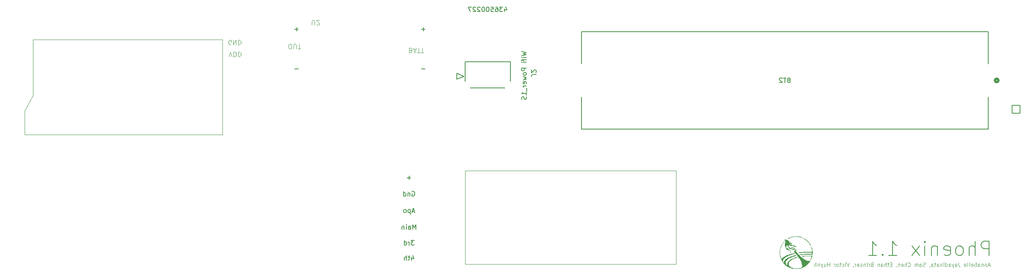
<source format=gbo>
G04 #@! TF.GenerationSoftware,KiCad,Pcbnew,7.0.9*
G04 #@! TF.CreationDate,2024-04-22T21:03:38-07:00*
G04 #@! TF.ProjectId,AVcarrierBoard,41566361-7272-4696-9572-426f6172642e,rev?*
G04 #@! TF.SameCoordinates,Original*
G04 #@! TF.FileFunction,Legend,Bot*
G04 #@! TF.FilePolarity,Positive*
%FSLAX46Y46*%
G04 Gerber Fmt 4.6, Leading zero omitted, Abs format (unit mm)*
G04 Created by KiCad (PCBNEW 7.0.9) date 2024-04-22 21:03:38*
%MOMM*%
%LPD*%
G01*
G04 APERTURE LIST*
G04 Aperture macros list*
%AMRoundRect*
0 Rectangle with rounded corners*
0 $1 Rounding radius*
0 $2 $3 $4 $5 $6 $7 $8 $9 X,Y pos of 4 corners*
0 Add a 4 corners polygon primitive as box body*
4,1,4,$2,$3,$4,$5,$6,$7,$8,$9,$2,$3,0*
0 Add four circle primitives for the rounded corners*
1,1,$1+$1,$2,$3*
1,1,$1+$1,$4,$5*
1,1,$1+$1,$6,$7*
1,1,$1+$1,$8,$9*
0 Add four rect primitives between the rounded corners*
20,1,$1+$1,$2,$3,$4,$5,0*
20,1,$1+$1,$4,$5,$6,$7,0*
20,1,$1+$1,$6,$7,$8,$9,0*
20,1,$1+$1,$8,$9,$2,$3,0*%
G04 Aperture macros list end*
%ADD10C,0.150000*%
%ADD11C,0.125000*%
%ADD12C,0.100000*%
%ADD13C,0.120000*%
%ADD14C,0.152400*%
%ADD15C,0.508000*%
%ADD16C,6.000000*%
%ADD17C,2.032000*%
%ADD18C,3.200000*%
%ADD19C,1.270000*%
%ADD20R,1.520000X1.520000*%
%ADD21C,1.520000*%
%ADD22RoundRect,0.102000X-0.825000X0.825000X-0.825000X-0.825000X0.825000X-0.825000X0.825000X0.825000X0*%
%ADD23C,1.854000*%
%ADD24R,2.032000X2.032000*%
%ADD25C,2.999999*%
%ADD26R,2.800000X2.800000*%
%ADD27C,2.800000*%
%ADD28C,3.450000*%
%ADD29C,2.390000*%
%ADD30C,6.560820*%
%ADD31C,3.654400*%
%ADD32C,2.387600*%
%ADD33R,7.467600X6.477000*%
%ADD34C,5.842000*%
G04 APERTURE END LIST*
D10*
X264921830Y-119411457D02*
X264921830Y-116411457D01*
X264921830Y-116411457D02*
X263778973Y-116411457D01*
X263778973Y-116411457D02*
X263493258Y-116554314D01*
X263493258Y-116554314D02*
X263350401Y-116697171D01*
X263350401Y-116697171D02*
X263207544Y-116982885D01*
X263207544Y-116982885D02*
X263207544Y-117411457D01*
X263207544Y-117411457D02*
X263350401Y-117697171D01*
X263350401Y-117697171D02*
X263493258Y-117840028D01*
X263493258Y-117840028D02*
X263778973Y-117982885D01*
X263778973Y-117982885D02*
X264921830Y-117982885D01*
X261921830Y-119411457D02*
X261921830Y-116411457D01*
X260636116Y-119411457D02*
X260636116Y-117840028D01*
X260636116Y-117840028D02*
X260778973Y-117554314D01*
X260778973Y-117554314D02*
X261064687Y-117411457D01*
X261064687Y-117411457D02*
X261493258Y-117411457D01*
X261493258Y-117411457D02*
X261778973Y-117554314D01*
X261778973Y-117554314D02*
X261921830Y-117697171D01*
X258778972Y-119411457D02*
X259064687Y-119268600D01*
X259064687Y-119268600D02*
X259207544Y-119125742D01*
X259207544Y-119125742D02*
X259350401Y-118840028D01*
X259350401Y-118840028D02*
X259350401Y-117982885D01*
X259350401Y-117982885D02*
X259207544Y-117697171D01*
X259207544Y-117697171D02*
X259064687Y-117554314D01*
X259064687Y-117554314D02*
X258778972Y-117411457D01*
X258778972Y-117411457D02*
X258350401Y-117411457D01*
X258350401Y-117411457D02*
X258064687Y-117554314D01*
X258064687Y-117554314D02*
X257921830Y-117697171D01*
X257921830Y-117697171D02*
X257778972Y-117982885D01*
X257778972Y-117982885D02*
X257778972Y-118840028D01*
X257778972Y-118840028D02*
X257921830Y-119125742D01*
X257921830Y-119125742D02*
X258064687Y-119268600D01*
X258064687Y-119268600D02*
X258350401Y-119411457D01*
X258350401Y-119411457D02*
X258778972Y-119411457D01*
X255350401Y-119268600D02*
X255636115Y-119411457D01*
X255636115Y-119411457D02*
X256207544Y-119411457D01*
X256207544Y-119411457D02*
X256493258Y-119268600D01*
X256493258Y-119268600D02*
X256636115Y-118982885D01*
X256636115Y-118982885D02*
X256636115Y-117840028D01*
X256636115Y-117840028D02*
X256493258Y-117554314D01*
X256493258Y-117554314D02*
X256207544Y-117411457D01*
X256207544Y-117411457D02*
X255636115Y-117411457D01*
X255636115Y-117411457D02*
X255350401Y-117554314D01*
X255350401Y-117554314D02*
X255207544Y-117840028D01*
X255207544Y-117840028D02*
X255207544Y-118125742D01*
X255207544Y-118125742D02*
X256636115Y-118411457D01*
X253921829Y-117411457D02*
X253921829Y-119411457D01*
X253921829Y-117697171D02*
X253778972Y-117554314D01*
X253778972Y-117554314D02*
X253493257Y-117411457D01*
X253493257Y-117411457D02*
X253064686Y-117411457D01*
X253064686Y-117411457D02*
X252778972Y-117554314D01*
X252778972Y-117554314D02*
X252636115Y-117840028D01*
X252636115Y-117840028D02*
X252636115Y-119411457D01*
X251207543Y-119411457D02*
X251207543Y-117411457D01*
X251207543Y-116411457D02*
X251350400Y-116554314D01*
X251350400Y-116554314D02*
X251207543Y-116697171D01*
X251207543Y-116697171D02*
X251064686Y-116554314D01*
X251064686Y-116554314D02*
X251207543Y-116411457D01*
X251207543Y-116411457D02*
X251207543Y-116697171D01*
X250064686Y-119411457D02*
X248493258Y-117411457D01*
X250064686Y-117411457D02*
X248493258Y-119411457D01*
X243493258Y-119411457D02*
X245207544Y-119411457D01*
X244350401Y-119411457D02*
X244350401Y-116411457D01*
X244350401Y-116411457D02*
X244636115Y-116840028D01*
X244636115Y-116840028D02*
X244921830Y-117125742D01*
X244921830Y-117125742D02*
X245207544Y-117268600D01*
X242207544Y-119125742D02*
X242064687Y-119268600D01*
X242064687Y-119268600D02*
X242207544Y-119411457D01*
X242207544Y-119411457D02*
X242350401Y-119268600D01*
X242350401Y-119268600D02*
X242207544Y-119125742D01*
X242207544Y-119125742D02*
X242207544Y-119411457D01*
X239207544Y-119411457D02*
X240921830Y-119411457D01*
X240064687Y-119411457D02*
X240064687Y-116411457D01*
X240064687Y-116411457D02*
X240350401Y-116840028D01*
X240350401Y-116840028D02*
X240636116Y-117125742D01*
X240636116Y-117125742D02*
X240921830Y-117268600D01*
D11*
X265042983Y-121536223D02*
X264662030Y-121536223D01*
X265119173Y-121764795D02*
X264852506Y-120964795D01*
X264852506Y-120964795D02*
X264585840Y-121764795D01*
X264319173Y-121231461D02*
X264319173Y-121764795D01*
X264319173Y-121307652D02*
X264281078Y-121269557D01*
X264281078Y-121269557D02*
X264204888Y-121231461D01*
X264204888Y-121231461D02*
X264090602Y-121231461D01*
X264090602Y-121231461D02*
X264014411Y-121269557D01*
X264014411Y-121269557D02*
X263976316Y-121345747D01*
X263976316Y-121345747D02*
X263976316Y-121764795D01*
X263595363Y-121231461D02*
X263595363Y-121764795D01*
X263595363Y-121307652D02*
X263557268Y-121269557D01*
X263557268Y-121269557D02*
X263481078Y-121231461D01*
X263481078Y-121231461D02*
X263366792Y-121231461D01*
X263366792Y-121231461D02*
X263290601Y-121269557D01*
X263290601Y-121269557D02*
X263252506Y-121345747D01*
X263252506Y-121345747D02*
X263252506Y-121764795D01*
X262528696Y-121764795D02*
X262528696Y-121345747D01*
X262528696Y-121345747D02*
X262566791Y-121269557D01*
X262566791Y-121269557D02*
X262642982Y-121231461D01*
X262642982Y-121231461D02*
X262795363Y-121231461D01*
X262795363Y-121231461D02*
X262871553Y-121269557D01*
X262528696Y-121726700D02*
X262604887Y-121764795D01*
X262604887Y-121764795D02*
X262795363Y-121764795D01*
X262795363Y-121764795D02*
X262871553Y-121726700D01*
X262871553Y-121726700D02*
X262909649Y-121650509D01*
X262909649Y-121650509D02*
X262909649Y-121574319D01*
X262909649Y-121574319D02*
X262871553Y-121498128D01*
X262871553Y-121498128D02*
X262795363Y-121460033D01*
X262795363Y-121460033D02*
X262604887Y-121460033D01*
X262604887Y-121460033D02*
X262528696Y-121421938D01*
X262147743Y-121764795D02*
X262147743Y-120964795D01*
X262147743Y-121269557D02*
X262071553Y-121231461D01*
X262071553Y-121231461D02*
X261919172Y-121231461D01*
X261919172Y-121231461D02*
X261842981Y-121269557D01*
X261842981Y-121269557D02*
X261804886Y-121307652D01*
X261804886Y-121307652D02*
X261766791Y-121383842D01*
X261766791Y-121383842D02*
X261766791Y-121612414D01*
X261766791Y-121612414D02*
X261804886Y-121688604D01*
X261804886Y-121688604D02*
X261842981Y-121726700D01*
X261842981Y-121726700D02*
X261919172Y-121764795D01*
X261919172Y-121764795D02*
X262071553Y-121764795D01*
X262071553Y-121764795D02*
X262147743Y-121726700D01*
X261119171Y-121726700D02*
X261195362Y-121764795D01*
X261195362Y-121764795D02*
X261347743Y-121764795D01*
X261347743Y-121764795D02*
X261423933Y-121726700D01*
X261423933Y-121726700D02*
X261462029Y-121650509D01*
X261462029Y-121650509D02*
X261462029Y-121345747D01*
X261462029Y-121345747D02*
X261423933Y-121269557D01*
X261423933Y-121269557D02*
X261347743Y-121231461D01*
X261347743Y-121231461D02*
X261195362Y-121231461D01*
X261195362Y-121231461D02*
X261119171Y-121269557D01*
X261119171Y-121269557D02*
X261081076Y-121345747D01*
X261081076Y-121345747D02*
X261081076Y-121421938D01*
X261081076Y-121421938D02*
X261462029Y-121498128D01*
X260623934Y-121764795D02*
X260700124Y-121726700D01*
X260700124Y-121726700D02*
X260738219Y-121650509D01*
X260738219Y-121650509D02*
X260738219Y-120964795D01*
X260204886Y-121764795D02*
X260281076Y-121726700D01*
X260281076Y-121726700D02*
X260319171Y-121650509D01*
X260319171Y-121650509D02*
X260319171Y-120964795D01*
X259595361Y-121726700D02*
X259671552Y-121764795D01*
X259671552Y-121764795D02*
X259823933Y-121764795D01*
X259823933Y-121764795D02*
X259900123Y-121726700D01*
X259900123Y-121726700D02*
X259938219Y-121650509D01*
X259938219Y-121650509D02*
X259938219Y-121345747D01*
X259938219Y-121345747D02*
X259900123Y-121269557D01*
X259900123Y-121269557D02*
X259823933Y-121231461D01*
X259823933Y-121231461D02*
X259671552Y-121231461D01*
X259671552Y-121231461D02*
X259595361Y-121269557D01*
X259595361Y-121269557D02*
X259557266Y-121345747D01*
X259557266Y-121345747D02*
X259557266Y-121421938D01*
X259557266Y-121421938D02*
X259938219Y-121498128D01*
X258376314Y-120964795D02*
X258376314Y-121536223D01*
X258376314Y-121536223D02*
X258414409Y-121650509D01*
X258414409Y-121650509D02*
X258490600Y-121726700D01*
X258490600Y-121726700D02*
X258604885Y-121764795D01*
X258604885Y-121764795D02*
X258681076Y-121764795D01*
X257652504Y-121764795D02*
X257652504Y-121345747D01*
X257652504Y-121345747D02*
X257690599Y-121269557D01*
X257690599Y-121269557D02*
X257766790Y-121231461D01*
X257766790Y-121231461D02*
X257919171Y-121231461D01*
X257919171Y-121231461D02*
X257995361Y-121269557D01*
X257652504Y-121726700D02*
X257728695Y-121764795D01*
X257728695Y-121764795D02*
X257919171Y-121764795D01*
X257919171Y-121764795D02*
X257995361Y-121726700D01*
X257995361Y-121726700D02*
X258033457Y-121650509D01*
X258033457Y-121650509D02*
X258033457Y-121574319D01*
X258033457Y-121574319D02*
X257995361Y-121498128D01*
X257995361Y-121498128D02*
X257919171Y-121460033D01*
X257919171Y-121460033D02*
X257728695Y-121460033D01*
X257728695Y-121460033D02*
X257652504Y-121421938D01*
X257347742Y-121231461D02*
X257157266Y-121764795D01*
X256966789Y-121231461D02*
X257157266Y-121764795D01*
X257157266Y-121764795D02*
X257233456Y-121955271D01*
X257233456Y-121955271D02*
X257271551Y-121993366D01*
X257271551Y-121993366D02*
X257347742Y-122031461D01*
X256319170Y-121764795D02*
X256319170Y-121345747D01*
X256319170Y-121345747D02*
X256357265Y-121269557D01*
X256357265Y-121269557D02*
X256433456Y-121231461D01*
X256433456Y-121231461D02*
X256585837Y-121231461D01*
X256585837Y-121231461D02*
X256662027Y-121269557D01*
X256319170Y-121726700D02*
X256395361Y-121764795D01*
X256395361Y-121764795D02*
X256585837Y-121764795D01*
X256585837Y-121764795D02*
X256662027Y-121726700D01*
X256662027Y-121726700D02*
X256700123Y-121650509D01*
X256700123Y-121650509D02*
X256700123Y-121574319D01*
X256700123Y-121574319D02*
X256662027Y-121498128D01*
X256662027Y-121498128D02*
X256585837Y-121460033D01*
X256585837Y-121460033D02*
X256395361Y-121460033D01*
X256395361Y-121460033D02*
X256319170Y-121421938D01*
X255595360Y-121764795D02*
X255595360Y-120964795D01*
X255595360Y-121726700D02*
X255671551Y-121764795D01*
X255671551Y-121764795D02*
X255823932Y-121764795D01*
X255823932Y-121764795D02*
X255900122Y-121726700D01*
X255900122Y-121726700D02*
X255938217Y-121688604D01*
X255938217Y-121688604D02*
X255976313Y-121612414D01*
X255976313Y-121612414D02*
X255976313Y-121383842D01*
X255976313Y-121383842D02*
X255938217Y-121307652D01*
X255938217Y-121307652D02*
X255900122Y-121269557D01*
X255900122Y-121269557D02*
X255823932Y-121231461D01*
X255823932Y-121231461D02*
X255671551Y-121231461D01*
X255671551Y-121231461D02*
X255595360Y-121269557D01*
X255214407Y-121764795D02*
X255214407Y-121231461D01*
X255214407Y-120964795D02*
X255252503Y-121002890D01*
X255252503Y-121002890D02*
X255214407Y-121040985D01*
X255214407Y-121040985D02*
X255176312Y-121002890D01*
X255176312Y-121002890D02*
X255214407Y-120964795D01*
X255214407Y-120964795D02*
X255214407Y-121040985D01*
X254833455Y-121231461D02*
X254833455Y-121764795D01*
X254833455Y-121307652D02*
X254795360Y-121269557D01*
X254795360Y-121269557D02*
X254719170Y-121231461D01*
X254719170Y-121231461D02*
X254604884Y-121231461D01*
X254604884Y-121231461D02*
X254528693Y-121269557D01*
X254528693Y-121269557D02*
X254490598Y-121345747D01*
X254490598Y-121345747D02*
X254490598Y-121764795D01*
X253766788Y-121764795D02*
X253766788Y-121345747D01*
X253766788Y-121345747D02*
X253804883Y-121269557D01*
X253804883Y-121269557D02*
X253881074Y-121231461D01*
X253881074Y-121231461D02*
X254033455Y-121231461D01*
X254033455Y-121231461D02*
X254109645Y-121269557D01*
X253766788Y-121726700D02*
X253842979Y-121764795D01*
X253842979Y-121764795D02*
X254033455Y-121764795D01*
X254033455Y-121764795D02*
X254109645Y-121726700D01*
X254109645Y-121726700D02*
X254147741Y-121650509D01*
X254147741Y-121650509D02*
X254147741Y-121574319D01*
X254147741Y-121574319D02*
X254109645Y-121498128D01*
X254109645Y-121498128D02*
X254033455Y-121460033D01*
X254033455Y-121460033D02*
X253842979Y-121460033D01*
X253842979Y-121460033D02*
X253766788Y-121421938D01*
X253500121Y-121231461D02*
X253195359Y-121231461D01*
X253385835Y-120964795D02*
X253385835Y-121650509D01*
X253385835Y-121650509D02*
X253347740Y-121726700D01*
X253347740Y-121726700D02*
X253271550Y-121764795D01*
X253271550Y-121764795D02*
X253195359Y-121764795D01*
X252585835Y-121764795D02*
X252585835Y-121345747D01*
X252585835Y-121345747D02*
X252623930Y-121269557D01*
X252623930Y-121269557D02*
X252700121Y-121231461D01*
X252700121Y-121231461D02*
X252852502Y-121231461D01*
X252852502Y-121231461D02*
X252928692Y-121269557D01*
X252585835Y-121726700D02*
X252662026Y-121764795D01*
X252662026Y-121764795D02*
X252852502Y-121764795D01*
X252852502Y-121764795D02*
X252928692Y-121726700D01*
X252928692Y-121726700D02*
X252966788Y-121650509D01*
X252966788Y-121650509D02*
X252966788Y-121574319D01*
X252966788Y-121574319D02*
X252928692Y-121498128D01*
X252928692Y-121498128D02*
X252852502Y-121460033D01*
X252852502Y-121460033D02*
X252662026Y-121460033D01*
X252662026Y-121460033D02*
X252585835Y-121421938D01*
X252166787Y-121726700D02*
X252166787Y-121764795D01*
X252166787Y-121764795D02*
X252204882Y-121840985D01*
X252204882Y-121840985D02*
X252242978Y-121879080D01*
X251252502Y-121726700D02*
X251138216Y-121764795D01*
X251138216Y-121764795D02*
X250947740Y-121764795D01*
X250947740Y-121764795D02*
X250871549Y-121726700D01*
X250871549Y-121726700D02*
X250833454Y-121688604D01*
X250833454Y-121688604D02*
X250795359Y-121612414D01*
X250795359Y-121612414D02*
X250795359Y-121536223D01*
X250795359Y-121536223D02*
X250833454Y-121460033D01*
X250833454Y-121460033D02*
X250871549Y-121421938D01*
X250871549Y-121421938D02*
X250947740Y-121383842D01*
X250947740Y-121383842D02*
X251100121Y-121345747D01*
X251100121Y-121345747D02*
X251176311Y-121307652D01*
X251176311Y-121307652D02*
X251214406Y-121269557D01*
X251214406Y-121269557D02*
X251252502Y-121193366D01*
X251252502Y-121193366D02*
X251252502Y-121117176D01*
X251252502Y-121117176D02*
X251214406Y-121040985D01*
X251214406Y-121040985D02*
X251176311Y-121002890D01*
X251176311Y-121002890D02*
X251100121Y-120964795D01*
X251100121Y-120964795D02*
X250909644Y-120964795D01*
X250909644Y-120964795D02*
X250795359Y-121002890D01*
X250109644Y-121764795D02*
X250109644Y-121345747D01*
X250109644Y-121345747D02*
X250147739Y-121269557D01*
X250147739Y-121269557D02*
X250223930Y-121231461D01*
X250223930Y-121231461D02*
X250376311Y-121231461D01*
X250376311Y-121231461D02*
X250452501Y-121269557D01*
X250109644Y-121726700D02*
X250185835Y-121764795D01*
X250185835Y-121764795D02*
X250376311Y-121764795D01*
X250376311Y-121764795D02*
X250452501Y-121726700D01*
X250452501Y-121726700D02*
X250490597Y-121650509D01*
X250490597Y-121650509D02*
X250490597Y-121574319D01*
X250490597Y-121574319D02*
X250452501Y-121498128D01*
X250452501Y-121498128D02*
X250376311Y-121460033D01*
X250376311Y-121460033D02*
X250185835Y-121460033D01*
X250185835Y-121460033D02*
X250109644Y-121421938D01*
X249728691Y-121764795D02*
X249728691Y-121231461D01*
X249728691Y-121307652D02*
X249690596Y-121269557D01*
X249690596Y-121269557D02*
X249614406Y-121231461D01*
X249614406Y-121231461D02*
X249500120Y-121231461D01*
X249500120Y-121231461D02*
X249423929Y-121269557D01*
X249423929Y-121269557D02*
X249385834Y-121345747D01*
X249385834Y-121345747D02*
X249385834Y-121764795D01*
X249385834Y-121345747D02*
X249347739Y-121269557D01*
X249347739Y-121269557D02*
X249271548Y-121231461D01*
X249271548Y-121231461D02*
X249157263Y-121231461D01*
X249157263Y-121231461D02*
X249081072Y-121269557D01*
X249081072Y-121269557D02*
X249042977Y-121345747D01*
X249042977Y-121345747D02*
X249042977Y-121764795D01*
X247595357Y-121688604D02*
X247633453Y-121726700D01*
X247633453Y-121726700D02*
X247747738Y-121764795D01*
X247747738Y-121764795D02*
X247823929Y-121764795D01*
X247823929Y-121764795D02*
X247938215Y-121726700D01*
X247938215Y-121726700D02*
X248014405Y-121650509D01*
X248014405Y-121650509D02*
X248052500Y-121574319D01*
X248052500Y-121574319D02*
X248090596Y-121421938D01*
X248090596Y-121421938D02*
X248090596Y-121307652D01*
X248090596Y-121307652D02*
X248052500Y-121155271D01*
X248052500Y-121155271D02*
X248014405Y-121079080D01*
X248014405Y-121079080D02*
X247938215Y-121002890D01*
X247938215Y-121002890D02*
X247823929Y-120964795D01*
X247823929Y-120964795D02*
X247747738Y-120964795D01*
X247747738Y-120964795D02*
X247633453Y-121002890D01*
X247633453Y-121002890D02*
X247595357Y-121040985D01*
X247252500Y-121764795D02*
X247252500Y-120964795D01*
X246909643Y-121764795D02*
X246909643Y-121345747D01*
X246909643Y-121345747D02*
X246947738Y-121269557D01*
X246947738Y-121269557D02*
X247023929Y-121231461D01*
X247023929Y-121231461D02*
X247138215Y-121231461D01*
X247138215Y-121231461D02*
X247214405Y-121269557D01*
X247214405Y-121269557D02*
X247252500Y-121307652D01*
X246223928Y-121726700D02*
X246300119Y-121764795D01*
X246300119Y-121764795D02*
X246452500Y-121764795D01*
X246452500Y-121764795D02*
X246528690Y-121726700D01*
X246528690Y-121726700D02*
X246566786Y-121650509D01*
X246566786Y-121650509D02*
X246566786Y-121345747D01*
X246566786Y-121345747D02*
X246528690Y-121269557D01*
X246528690Y-121269557D02*
X246452500Y-121231461D01*
X246452500Y-121231461D02*
X246300119Y-121231461D01*
X246300119Y-121231461D02*
X246223928Y-121269557D01*
X246223928Y-121269557D02*
X246185833Y-121345747D01*
X246185833Y-121345747D02*
X246185833Y-121421938D01*
X246185833Y-121421938D02*
X246566786Y-121498128D01*
X245842976Y-121231461D02*
X245842976Y-121764795D01*
X245842976Y-121307652D02*
X245804881Y-121269557D01*
X245804881Y-121269557D02*
X245728691Y-121231461D01*
X245728691Y-121231461D02*
X245614405Y-121231461D01*
X245614405Y-121231461D02*
X245538214Y-121269557D01*
X245538214Y-121269557D02*
X245500119Y-121345747D01*
X245500119Y-121345747D02*
X245500119Y-121764795D01*
X245081071Y-121726700D02*
X245081071Y-121764795D01*
X245081071Y-121764795D02*
X245119166Y-121840985D01*
X245119166Y-121840985D02*
X245157262Y-121879080D01*
X244128690Y-121345747D02*
X243862024Y-121345747D01*
X243747738Y-121764795D02*
X244128690Y-121764795D01*
X244128690Y-121764795D02*
X244128690Y-120964795D01*
X244128690Y-120964795D02*
X243747738Y-120964795D01*
X243519166Y-121231461D02*
X243214404Y-121231461D01*
X243404880Y-120964795D02*
X243404880Y-121650509D01*
X243404880Y-121650509D02*
X243366785Y-121726700D01*
X243366785Y-121726700D02*
X243290595Y-121764795D01*
X243290595Y-121764795D02*
X243214404Y-121764795D01*
X242947737Y-121764795D02*
X242947737Y-120964795D01*
X242604880Y-121764795D02*
X242604880Y-121345747D01*
X242604880Y-121345747D02*
X242642975Y-121269557D01*
X242642975Y-121269557D02*
X242719166Y-121231461D01*
X242719166Y-121231461D02*
X242833452Y-121231461D01*
X242833452Y-121231461D02*
X242909642Y-121269557D01*
X242909642Y-121269557D02*
X242947737Y-121307652D01*
X241881070Y-121764795D02*
X241881070Y-121345747D01*
X241881070Y-121345747D02*
X241919165Y-121269557D01*
X241919165Y-121269557D02*
X241995356Y-121231461D01*
X241995356Y-121231461D02*
X242147737Y-121231461D01*
X242147737Y-121231461D02*
X242223927Y-121269557D01*
X241881070Y-121726700D02*
X241957261Y-121764795D01*
X241957261Y-121764795D02*
X242147737Y-121764795D01*
X242147737Y-121764795D02*
X242223927Y-121726700D01*
X242223927Y-121726700D02*
X242262023Y-121650509D01*
X242262023Y-121650509D02*
X242262023Y-121574319D01*
X242262023Y-121574319D02*
X242223927Y-121498128D01*
X242223927Y-121498128D02*
X242147737Y-121460033D01*
X242147737Y-121460033D02*
X241957261Y-121460033D01*
X241957261Y-121460033D02*
X241881070Y-121421938D01*
X241500117Y-121231461D02*
X241500117Y-121764795D01*
X241500117Y-121307652D02*
X241462022Y-121269557D01*
X241462022Y-121269557D02*
X241385832Y-121231461D01*
X241385832Y-121231461D02*
X241271546Y-121231461D01*
X241271546Y-121231461D02*
X241195355Y-121269557D01*
X241195355Y-121269557D02*
X241157260Y-121345747D01*
X241157260Y-121345747D02*
X241157260Y-121764795D01*
X239900117Y-121345747D02*
X239785831Y-121383842D01*
X239785831Y-121383842D02*
X239747736Y-121421938D01*
X239747736Y-121421938D02*
X239709640Y-121498128D01*
X239709640Y-121498128D02*
X239709640Y-121612414D01*
X239709640Y-121612414D02*
X239747736Y-121688604D01*
X239747736Y-121688604D02*
X239785831Y-121726700D01*
X239785831Y-121726700D02*
X239862021Y-121764795D01*
X239862021Y-121764795D02*
X240166783Y-121764795D01*
X240166783Y-121764795D02*
X240166783Y-120964795D01*
X240166783Y-120964795D02*
X239900117Y-120964795D01*
X239900117Y-120964795D02*
X239823926Y-121002890D01*
X239823926Y-121002890D02*
X239785831Y-121040985D01*
X239785831Y-121040985D02*
X239747736Y-121117176D01*
X239747736Y-121117176D02*
X239747736Y-121193366D01*
X239747736Y-121193366D02*
X239785831Y-121269557D01*
X239785831Y-121269557D02*
X239823926Y-121307652D01*
X239823926Y-121307652D02*
X239900117Y-121345747D01*
X239900117Y-121345747D02*
X240166783Y-121345747D01*
X239366783Y-121764795D02*
X239366783Y-121231461D01*
X239366783Y-121383842D02*
X239328688Y-121307652D01*
X239328688Y-121307652D02*
X239290593Y-121269557D01*
X239290593Y-121269557D02*
X239214402Y-121231461D01*
X239214402Y-121231461D02*
X239138212Y-121231461D01*
X238871545Y-121764795D02*
X238871545Y-121231461D01*
X238871545Y-120964795D02*
X238909641Y-121002890D01*
X238909641Y-121002890D02*
X238871545Y-121040985D01*
X238871545Y-121040985D02*
X238833450Y-121002890D01*
X238833450Y-121002890D02*
X238871545Y-120964795D01*
X238871545Y-120964795D02*
X238871545Y-121040985D01*
X238490593Y-121231461D02*
X238490593Y-121764795D01*
X238490593Y-121307652D02*
X238452498Y-121269557D01*
X238452498Y-121269557D02*
X238376308Y-121231461D01*
X238376308Y-121231461D02*
X238262022Y-121231461D01*
X238262022Y-121231461D02*
X238185831Y-121269557D01*
X238185831Y-121269557D02*
X238147736Y-121345747D01*
X238147736Y-121345747D02*
X238147736Y-121764795D01*
X237804879Y-121726700D02*
X237728688Y-121764795D01*
X237728688Y-121764795D02*
X237576307Y-121764795D01*
X237576307Y-121764795D02*
X237500117Y-121726700D01*
X237500117Y-121726700D02*
X237462021Y-121650509D01*
X237462021Y-121650509D02*
X237462021Y-121612414D01*
X237462021Y-121612414D02*
X237500117Y-121536223D01*
X237500117Y-121536223D02*
X237576307Y-121498128D01*
X237576307Y-121498128D02*
X237690593Y-121498128D01*
X237690593Y-121498128D02*
X237766783Y-121460033D01*
X237766783Y-121460033D02*
X237804879Y-121383842D01*
X237804879Y-121383842D02*
X237804879Y-121345747D01*
X237804879Y-121345747D02*
X237766783Y-121269557D01*
X237766783Y-121269557D02*
X237690593Y-121231461D01*
X237690593Y-121231461D02*
X237576307Y-121231461D01*
X237576307Y-121231461D02*
X237500117Y-121269557D01*
X236814402Y-121726700D02*
X236890593Y-121764795D01*
X236890593Y-121764795D02*
X237042974Y-121764795D01*
X237042974Y-121764795D02*
X237119164Y-121726700D01*
X237119164Y-121726700D02*
X237157260Y-121650509D01*
X237157260Y-121650509D02*
X237157260Y-121345747D01*
X237157260Y-121345747D02*
X237119164Y-121269557D01*
X237119164Y-121269557D02*
X237042974Y-121231461D01*
X237042974Y-121231461D02*
X236890593Y-121231461D01*
X236890593Y-121231461D02*
X236814402Y-121269557D01*
X236814402Y-121269557D02*
X236776307Y-121345747D01*
X236776307Y-121345747D02*
X236776307Y-121421938D01*
X236776307Y-121421938D02*
X237157260Y-121498128D01*
X236433450Y-121764795D02*
X236433450Y-121231461D01*
X236433450Y-121383842D02*
X236395355Y-121307652D01*
X236395355Y-121307652D02*
X236357260Y-121269557D01*
X236357260Y-121269557D02*
X236281069Y-121231461D01*
X236281069Y-121231461D02*
X236204879Y-121231461D01*
X235900117Y-121726700D02*
X235900117Y-121764795D01*
X235900117Y-121764795D02*
X235938212Y-121840985D01*
X235938212Y-121840985D02*
X235976308Y-121879080D01*
X235062022Y-120964795D02*
X234795355Y-121764795D01*
X234795355Y-121764795D02*
X234528689Y-120964795D01*
X234262022Y-121764795D02*
X234262022Y-121231461D01*
X234262022Y-120964795D02*
X234300118Y-121002890D01*
X234300118Y-121002890D02*
X234262022Y-121040985D01*
X234262022Y-121040985D02*
X234223927Y-121002890D01*
X234223927Y-121002890D02*
X234262022Y-120964795D01*
X234262022Y-120964795D02*
X234262022Y-121040985D01*
X233538213Y-121726700D02*
X233614404Y-121764795D01*
X233614404Y-121764795D02*
X233766785Y-121764795D01*
X233766785Y-121764795D02*
X233842975Y-121726700D01*
X233842975Y-121726700D02*
X233881070Y-121688604D01*
X233881070Y-121688604D02*
X233919166Y-121612414D01*
X233919166Y-121612414D02*
X233919166Y-121383842D01*
X233919166Y-121383842D02*
X233881070Y-121307652D01*
X233881070Y-121307652D02*
X233842975Y-121269557D01*
X233842975Y-121269557D02*
X233766785Y-121231461D01*
X233766785Y-121231461D02*
X233614404Y-121231461D01*
X233614404Y-121231461D02*
X233538213Y-121269557D01*
X233309642Y-121231461D02*
X233004880Y-121231461D01*
X233195356Y-120964795D02*
X233195356Y-121650509D01*
X233195356Y-121650509D02*
X233157261Y-121726700D01*
X233157261Y-121726700D02*
X233081071Y-121764795D01*
X233081071Y-121764795D02*
X233004880Y-121764795D01*
X232623928Y-121764795D02*
X232700118Y-121726700D01*
X232700118Y-121726700D02*
X232738213Y-121688604D01*
X232738213Y-121688604D02*
X232776309Y-121612414D01*
X232776309Y-121612414D02*
X232776309Y-121383842D01*
X232776309Y-121383842D02*
X232738213Y-121307652D01*
X232738213Y-121307652D02*
X232700118Y-121269557D01*
X232700118Y-121269557D02*
X232623928Y-121231461D01*
X232623928Y-121231461D02*
X232509642Y-121231461D01*
X232509642Y-121231461D02*
X232433451Y-121269557D01*
X232433451Y-121269557D02*
X232395356Y-121307652D01*
X232395356Y-121307652D02*
X232357261Y-121383842D01*
X232357261Y-121383842D02*
X232357261Y-121612414D01*
X232357261Y-121612414D02*
X232395356Y-121688604D01*
X232395356Y-121688604D02*
X232433451Y-121726700D01*
X232433451Y-121726700D02*
X232509642Y-121764795D01*
X232509642Y-121764795D02*
X232623928Y-121764795D01*
X232014403Y-121764795D02*
X232014403Y-121231461D01*
X232014403Y-121383842D02*
X231976308Y-121307652D01*
X231976308Y-121307652D02*
X231938213Y-121269557D01*
X231938213Y-121269557D02*
X231862022Y-121231461D01*
X231862022Y-121231461D02*
X231785832Y-121231461D01*
X230909641Y-121764795D02*
X230909641Y-120964795D01*
X230909641Y-121345747D02*
X230452498Y-121345747D01*
X230452498Y-121764795D02*
X230452498Y-120964795D01*
X229728689Y-121231461D02*
X229728689Y-121764795D01*
X230071546Y-121231461D02*
X230071546Y-121650509D01*
X230071546Y-121650509D02*
X230033451Y-121726700D01*
X230033451Y-121726700D02*
X229957261Y-121764795D01*
X229957261Y-121764795D02*
X229842975Y-121764795D01*
X229842975Y-121764795D02*
X229766784Y-121726700D01*
X229766784Y-121726700D02*
X229728689Y-121688604D01*
X229423927Y-121231461D02*
X229233451Y-121764795D01*
X229042974Y-121231461D02*
X229233451Y-121764795D01*
X229233451Y-121764795D02*
X229309641Y-121955271D01*
X229309641Y-121955271D02*
X229347736Y-121993366D01*
X229347736Y-121993366D02*
X229423927Y-122031461D01*
X228738212Y-121231461D02*
X228738212Y-121764795D01*
X228738212Y-121307652D02*
X228700117Y-121269557D01*
X228700117Y-121269557D02*
X228623927Y-121231461D01*
X228623927Y-121231461D02*
X228509641Y-121231461D01*
X228509641Y-121231461D02*
X228433450Y-121269557D01*
X228433450Y-121269557D02*
X228395355Y-121345747D01*
X228395355Y-121345747D02*
X228395355Y-121764795D01*
X228014402Y-121764795D02*
X228014402Y-120964795D01*
X227671545Y-121764795D02*
X227671545Y-121345747D01*
X227671545Y-121345747D02*
X227709640Y-121269557D01*
X227709640Y-121269557D02*
X227785831Y-121231461D01*
X227785831Y-121231461D02*
X227900117Y-121231461D01*
X227900117Y-121231461D02*
X227976307Y-121269557D01*
X227976307Y-121269557D02*
X228014402Y-121307652D01*
D12*
X120548095Y-70162580D02*
X120548095Y-69353057D01*
X120548095Y-69353057D02*
X120595714Y-69257819D01*
X120595714Y-69257819D02*
X120643333Y-69210200D01*
X120643333Y-69210200D02*
X120738571Y-69162580D01*
X120738571Y-69162580D02*
X120929047Y-69162580D01*
X120929047Y-69162580D02*
X121024285Y-69210200D01*
X121024285Y-69210200D02*
X121071904Y-69257819D01*
X121071904Y-69257819D02*
X121119523Y-69353057D01*
X121119523Y-69353057D02*
X121119523Y-70162580D01*
X121548095Y-70067342D02*
X121595714Y-70114961D01*
X121595714Y-70114961D02*
X121690952Y-70162580D01*
X121690952Y-70162580D02*
X121929047Y-70162580D01*
X121929047Y-70162580D02*
X122024285Y-70114961D01*
X122024285Y-70114961D02*
X122071904Y-70067342D01*
X122071904Y-70067342D02*
X122119523Y-69972104D01*
X122119523Y-69972104D02*
X122119523Y-69876866D01*
X122119523Y-69876866D02*
X122071904Y-69734009D01*
X122071904Y-69734009D02*
X121500476Y-69162580D01*
X121500476Y-69162580D02*
X122119523Y-69162580D01*
X141607217Y-75581390D02*
X141750074Y-75533771D01*
X141750074Y-75533771D02*
X141797693Y-75486152D01*
X141797693Y-75486152D02*
X141845312Y-75390914D01*
X141845312Y-75390914D02*
X141845312Y-75248057D01*
X141845312Y-75248057D02*
X141797693Y-75152819D01*
X141797693Y-75152819D02*
X141750074Y-75105200D01*
X141750074Y-75105200D02*
X141654836Y-75057580D01*
X141654836Y-75057580D02*
X141273884Y-75057580D01*
X141273884Y-75057580D02*
X141273884Y-76057580D01*
X141273884Y-76057580D02*
X141607217Y-76057580D01*
X141607217Y-76057580D02*
X141702455Y-76009961D01*
X141702455Y-76009961D02*
X141750074Y-75962342D01*
X141750074Y-75962342D02*
X141797693Y-75867104D01*
X141797693Y-75867104D02*
X141797693Y-75771866D01*
X141797693Y-75771866D02*
X141750074Y-75676628D01*
X141750074Y-75676628D02*
X141702455Y-75629009D01*
X141702455Y-75629009D02*
X141607217Y-75581390D01*
X141607217Y-75581390D02*
X141273884Y-75581390D01*
X142226265Y-75343295D02*
X142702455Y-75343295D01*
X142131027Y-75057580D02*
X142464360Y-76057580D01*
X142464360Y-76057580D02*
X142797693Y-75057580D01*
X142988170Y-76057580D02*
X143559598Y-76057580D01*
X143273884Y-75057580D02*
X143273884Y-76057580D01*
X143750075Y-76057580D02*
X144321503Y-76057580D01*
X144035789Y-75057580D02*
X144035789Y-76057580D01*
X115804360Y-75247580D02*
X115994836Y-75247580D01*
X115994836Y-75247580D02*
X116090074Y-75199961D01*
X116090074Y-75199961D02*
X116185312Y-75104723D01*
X116185312Y-75104723D02*
X116232931Y-74914247D01*
X116232931Y-74914247D02*
X116232931Y-74580914D01*
X116232931Y-74580914D02*
X116185312Y-74390438D01*
X116185312Y-74390438D02*
X116090074Y-74295200D01*
X116090074Y-74295200D02*
X115994836Y-74247580D01*
X115994836Y-74247580D02*
X115804360Y-74247580D01*
X115804360Y-74247580D02*
X115709122Y-74295200D01*
X115709122Y-74295200D02*
X115613884Y-74390438D01*
X115613884Y-74390438D02*
X115566265Y-74580914D01*
X115566265Y-74580914D02*
X115566265Y-74914247D01*
X115566265Y-74914247D02*
X115613884Y-75104723D01*
X115613884Y-75104723D02*
X115709122Y-75199961D01*
X115709122Y-75199961D02*
X115804360Y-75247580D01*
X116661503Y-75247580D02*
X116661503Y-74438057D01*
X116661503Y-74438057D02*
X116709122Y-74342819D01*
X116709122Y-74342819D02*
X116756741Y-74295200D01*
X116756741Y-74295200D02*
X116851979Y-74247580D01*
X116851979Y-74247580D02*
X117042455Y-74247580D01*
X117042455Y-74247580D02*
X117137693Y-74295200D01*
X117137693Y-74295200D02*
X117185312Y-74342819D01*
X117185312Y-74342819D02*
X117232931Y-74438057D01*
X117232931Y-74438057D02*
X117232931Y-75247580D01*
X117566265Y-75247580D02*
X118137693Y-75247580D01*
X117851979Y-74247580D02*
X117851979Y-75247580D01*
D10*
X143929048Y-79546133D02*
X144690953Y-79546133D01*
X143929048Y-71046133D02*
X144690953Y-71046133D01*
X144310000Y-70665180D02*
X144310000Y-71427085D01*
X116929048Y-79546133D02*
X117690953Y-79546133D01*
X116929048Y-71046133D02*
X117690953Y-71046133D01*
X117310000Y-70665180D02*
X117310000Y-71427085D01*
X141904957Y-105780838D02*
X142000195Y-105733219D01*
X142000195Y-105733219D02*
X142143052Y-105733219D01*
X142143052Y-105733219D02*
X142285909Y-105780838D01*
X142285909Y-105780838D02*
X142381147Y-105876076D01*
X142381147Y-105876076D02*
X142428766Y-105971314D01*
X142428766Y-105971314D02*
X142476385Y-106161790D01*
X142476385Y-106161790D02*
X142476385Y-106304647D01*
X142476385Y-106304647D02*
X142428766Y-106495123D01*
X142428766Y-106495123D02*
X142381147Y-106590361D01*
X142381147Y-106590361D02*
X142285909Y-106685600D01*
X142285909Y-106685600D02*
X142143052Y-106733219D01*
X142143052Y-106733219D02*
X142047814Y-106733219D01*
X142047814Y-106733219D02*
X141904957Y-106685600D01*
X141904957Y-106685600D02*
X141857338Y-106637980D01*
X141857338Y-106637980D02*
X141857338Y-106304647D01*
X141857338Y-106304647D02*
X142047814Y-106304647D01*
X141428766Y-106066552D02*
X141428766Y-106733219D01*
X141428766Y-106161790D02*
X141381147Y-106114171D01*
X141381147Y-106114171D02*
X141285909Y-106066552D01*
X141285909Y-106066552D02*
X141143052Y-106066552D01*
X141143052Y-106066552D02*
X141047814Y-106114171D01*
X141047814Y-106114171D02*
X141000195Y-106209409D01*
X141000195Y-106209409D02*
X141000195Y-106733219D01*
X140095433Y-106733219D02*
X140095433Y-105733219D01*
X140095433Y-106685600D02*
X140190671Y-106733219D01*
X140190671Y-106733219D02*
X140381147Y-106733219D01*
X140381147Y-106733219D02*
X140476385Y-106685600D01*
X140476385Y-106685600D02*
X140524004Y-106637980D01*
X140524004Y-106637980D02*
X140571623Y-106542742D01*
X140571623Y-106542742D02*
X140571623Y-106257028D01*
X140571623Y-106257028D02*
X140524004Y-106161790D01*
X140524004Y-106161790D02*
X140476385Y-106114171D01*
X140476385Y-106114171D02*
X140381147Y-106066552D01*
X140381147Y-106066552D02*
X140190671Y-106066552D01*
X140190671Y-106066552D02*
X140095433Y-106114171D01*
X142357337Y-116193219D02*
X141738290Y-116193219D01*
X141738290Y-116193219D02*
X142071623Y-116574171D01*
X142071623Y-116574171D02*
X141928766Y-116574171D01*
X141928766Y-116574171D02*
X141833528Y-116621790D01*
X141833528Y-116621790D02*
X141785909Y-116669409D01*
X141785909Y-116669409D02*
X141738290Y-116764647D01*
X141738290Y-116764647D02*
X141738290Y-117002742D01*
X141738290Y-117002742D02*
X141785909Y-117097980D01*
X141785909Y-117097980D02*
X141833528Y-117145600D01*
X141833528Y-117145600D02*
X141928766Y-117193219D01*
X141928766Y-117193219D02*
X142214480Y-117193219D01*
X142214480Y-117193219D02*
X142309718Y-117145600D01*
X142309718Y-117145600D02*
X142357337Y-117097980D01*
X141309718Y-117193219D02*
X141309718Y-116526552D01*
X141309718Y-116717028D02*
X141262099Y-116621790D01*
X141262099Y-116621790D02*
X141214480Y-116574171D01*
X141214480Y-116574171D02*
X141119242Y-116526552D01*
X141119242Y-116526552D02*
X141024004Y-116526552D01*
X140262099Y-117193219D02*
X140262099Y-116193219D01*
X140262099Y-117145600D02*
X140357337Y-117193219D01*
X140357337Y-117193219D02*
X140547813Y-117193219D01*
X140547813Y-117193219D02*
X140643051Y-117145600D01*
X140643051Y-117145600D02*
X140690670Y-117097980D01*
X140690670Y-117097980D02*
X140738289Y-117002742D01*
X140738289Y-117002742D02*
X140738289Y-116717028D01*
X140738289Y-116717028D02*
X140690670Y-116621790D01*
X140690670Y-116621790D02*
X140643051Y-116574171D01*
X140643051Y-116574171D02*
X140547813Y-116526552D01*
X140547813Y-116526552D02*
X140357337Y-116526552D01*
X140357337Y-116526552D02*
X140262099Y-116574171D01*
X142738289Y-113813219D02*
X142738289Y-112813219D01*
X142738289Y-112813219D02*
X142404956Y-113527504D01*
X142404956Y-113527504D02*
X142071623Y-112813219D01*
X142071623Y-112813219D02*
X142071623Y-113813219D01*
X141166861Y-113813219D02*
X141166861Y-113289409D01*
X141166861Y-113289409D02*
X141214480Y-113194171D01*
X141214480Y-113194171D02*
X141309718Y-113146552D01*
X141309718Y-113146552D02*
X141500194Y-113146552D01*
X141500194Y-113146552D02*
X141595432Y-113194171D01*
X141166861Y-113765600D02*
X141262099Y-113813219D01*
X141262099Y-113813219D02*
X141500194Y-113813219D01*
X141500194Y-113813219D02*
X141595432Y-113765600D01*
X141595432Y-113765600D02*
X141643051Y-113670361D01*
X141643051Y-113670361D02*
X141643051Y-113575123D01*
X141643051Y-113575123D02*
X141595432Y-113479885D01*
X141595432Y-113479885D02*
X141500194Y-113432266D01*
X141500194Y-113432266D02*
X141262099Y-113432266D01*
X141262099Y-113432266D02*
X141166861Y-113384647D01*
X140690670Y-113813219D02*
X140690670Y-113146552D01*
X140690670Y-112813219D02*
X140738289Y-112860838D01*
X140738289Y-112860838D02*
X140690670Y-112908457D01*
X140690670Y-112908457D02*
X140643051Y-112860838D01*
X140643051Y-112860838D02*
X140690670Y-112813219D01*
X140690670Y-112813219D02*
X140690670Y-112908457D01*
X140214480Y-113146552D02*
X140214480Y-113813219D01*
X140214480Y-113241790D02*
X140166861Y-113194171D01*
X140166861Y-113194171D02*
X140071623Y-113146552D01*
X140071623Y-113146552D02*
X139928766Y-113146552D01*
X139928766Y-113146552D02*
X139833528Y-113194171D01*
X139833528Y-113194171D02*
X139785909Y-113289409D01*
X139785909Y-113289409D02*
X139785909Y-113813219D01*
X141643051Y-102812266D02*
X140881147Y-102812266D01*
X141262099Y-103193219D02*
X141262099Y-102431314D01*
X141809719Y-119766552D02*
X141809719Y-120433219D01*
X142047814Y-119385600D02*
X142285909Y-120099885D01*
X142285909Y-120099885D02*
X141666862Y-120099885D01*
X141428766Y-119766552D02*
X141047814Y-119766552D01*
X141285909Y-119433219D02*
X141285909Y-120290361D01*
X141285909Y-120290361D02*
X141238290Y-120385600D01*
X141238290Y-120385600D02*
X141143052Y-120433219D01*
X141143052Y-120433219D02*
X141047814Y-120433219D01*
X140714480Y-120433219D02*
X140714480Y-119433219D01*
X140285909Y-120433219D02*
X140285909Y-119909409D01*
X140285909Y-119909409D02*
X140333528Y-119814171D01*
X140333528Y-119814171D02*
X140428766Y-119766552D01*
X140428766Y-119766552D02*
X140571623Y-119766552D01*
X140571623Y-119766552D02*
X140666861Y-119814171D01*
X140666861Y-119814171D02*
X140714480Y-119861790D01*
X142404956Y-109987504D02*
X141928766Y-109987504D01*
X142500194Y-110273219D02*
X142166861Y-109273219D01*
X142166861Y-109273219D02*
X141833528Y-110273219D01*
X141500194Y-109606552D02*
X141500194Y-110606552D01*
X141500194Y-109654171D02*
X141404956Y-109606552D01*
X141404956Y-109606552D02*
X141214480Y-109606552D01*
X141214480Y-109606552D02*
X141119242Y-109654171D01*
X141119242Y-109654171D02*
X141071623Y-109701790D01*
X141071623Y-109701790D02*
X141024004Y-109797028D01*
X141024004Y-109797028D02*
X141024004Y-110082742D01*
X141024004Y-110082742D02*
X141071623Y-110177980D01*
X141071623Y-110177980D02*
X141119242Y-110225600D01*
X141119242Y-110225600D02*
X141214480Y-110273219D01*
X141214480Y-110273219D02*
X141404956Y-110273219D01*
X141404956Y-110273219D02*
X141500194Y-110225600D01*
X140452575Y-110273219D02*
X140547813Y-110225600D01*
X140547813Y-110225600D02*
X140595432Y-110177980D01*
X140595432Y-110177980D02*
X140643051Y-110082742D01*
X140643051Y-110082742D02*
X140643051Y-109797028D01*
X140643051Y-109797028D02*
X140595432Y-109701790D01*
X140595432Y-109701790D02*
X140547813Y-109654171D01*
X140547813Y-109654171D02*
X140452575Y-109606552D01*
X140452575Y-109606552D02*
X140309718Y-109606552D01*
X140309718Y-109606552D02*
X140214480Y-109654171D01*
X140214480Y-109654171D02*
X140166861Y-109701790D01*
X140166861Y-109701790D02*
X140119242Y-109797028D01*
X140119242Y-109797028D02*
X140119242Y-110082742D01*
X140119242Y-110082742D02*
X140166861Y-110177980D01*
X140166861Y-110177980D02*
X140214480Y-110225600D01*
X140214480Y-110225600D02*
X140309718Y-110273219D01*
X140309718Y-110273219D02*
X140452575Y-110273219D01*
X222163214Y-81930009D02*
X222020357Y-81977628D01*
X222020357Y-81977628D02*
X221972738Y-82025247D01*
X221972738Y-82025247D02*
X221925119Y-82120485D01*
X221925119Y-82120485D02*
X221925119Y-82263342D01*
X221925119Y-82263342D02*
X221972738Y-82358580D01*
X221972738Y-82358580D02*
X222020357Y-82406200D01*
X222020357Y-82406200D02*
X222115595Y-82453819D01*
X222115595Y-82453819D02*
X222496547Y-82453819D01*
X222496547Y-82453819D02*
X222496547Y-81453819D01*
X222496547Y-81453819D02*
X222163214Y-81453819D01*
X222163214Y-81453819D02*
X222067976Y-81501438D01*
X222067976Y-81501438D02*
X222020357Y-81549057D01*
X222020357Y-81549057D02*
X221972738Y-81644295D01*
X221972738Y-81644295D02*
X221972738Y-81739533D01*
X221972738Y-81739533D02*
X222020357Y-81834771D01*
X222020357Y-81834771D02*
X222067976Y-81882390D01*
X222067976Y-81882390D02*
X222163214Y-81930009D01*
X222163214Y-81930009D02*
X222496547Y-81930009D01*
X221639404Y-81453819D02*
X221067976Y-81453819D01*
X221353690Y-82453819D02*
X221353690Y-81453819D01*
X220782261Y-81549057D02*
X220734642Y-81501438D01*
X220734642Y-81501438D02*
X220639404Y-81453819D01*
X220639404Y-81453819D02*
X220401309Y-81453819D01*
X220401309Y-81453819D02*
X220306071Y-81501438D01*
X220306071Y-81501438D02*
X220258452Y-81549057D01*
X220258452Y-81549057D02*
X220210833Y-81644295D01*
X220210833Y-81644295D02*
X220210833Y-81739533D01*
X220210833Y-81739533D02*
X220258452Y-81882390D01*
X220258452Y-81882390D02*
X220829880Y-82453819D01*
X220829880Y-82453819D02*
X220210833Y-82453819D01*
D12*
X102847235Y-76916570D02*
X103180568Y-75916570D01*
X103180568Y-75916570D02*
X103513901Y-76916570D01*
X103847235Y-75916570D02*
X103847235Y-76916570D01*
X103847235Y-76916570D02*
X104085330Y-76916570D01*
X104085330Y-76916570D02*
X104228187Y-76868951D01*
X104228187Y-76868951D02*
X104323425Y-76773713D01*
X104323425Y-76773713D02*
X104371044Y-76678475D01*
X104371044Y-76678475D02*
X104418663Y-76487999D01*
X104418663Y-76487999D02*
X104418663Y-76345142D01*
X104418663Y-76345142D02*
X104371044Y-76154666D01*
X104371044Y-76154666D02*
X104323425Y-76059428D01*
X104323425Y-76059428D02*
X104228187Y-75964190D01*
X104228187Y-75964190D02*
X104085330Y-75916570D01*
X104085330Y-75916570D02*
X103847235Y-75916570D01*
X104847235Y-75916570D02*
X104847235Y-76916570D01*
X104847235Y-76916570D02*
X105085330Y-76916570D01*
X105085330Y-76916570D02*
X105228187Y-76868951D01*
X105228187Y-76868951D02*
X105323425Y-76773713D01*
X105323425Y-76773713D02*
X105371044Y-76678475D01*
X105371044Y-76678475D02*
X105418663Y-76487999D01*
X105418663Y-76487999D02*
X105418663Y-76345142D01*
X105418663Y-76345142D02*
X105371044Y-76154666D01*
X105371044Y-76154666D02*
X105323425Y-76059428D01*
X105323425Y-76059428D02*
X105228187Y-75964190D01*
X105228187Y-75964190D02*
X105085330Y-75916570D01*
X105085330Y-75916570D02*
X104847235Y-75916570D01*
X103322493Y-74325961D02*
X103227255Y-74373580D01*
X103227255Y-74373580D02*
X103084398Y-74373580D01*
X103084398Y-74373580D02*
X102941541Y-74325961D01*
X102941541Y-74325961D02*
X102846303Y-74230723D01*
X102846303Y-74230723D02*
X102798684Y-74135485D01*
X102798684Y-74135485D02*
X102751065Y-73945009D01*
X102751065Y-73945009D02*
X102751065Y-73802152D01*
X102751065Y-73802152D02*
X102798684Y-73611676D01*
X102798684Y-73611676D02*
X102846303Y-73516438D01*
X102846303Y-73516438D02*
X102941541Y-73421200D01*
X102941541Y-73421200D02*
X103084398Y-73373580D01*
X103084398Y-73373580D02*
X103179636Y-73373580D01*
X103179636Y-73373580D02*
X103322493Y-73421200D01*
X103322493Y-73421200D02*
X103370112Y-73468819D01*
X103370112Y-73468819D02*
X103370112Y-73802152D01*
X103370112Y-73802152D02*
X103179636Y-73802152D01*
X103798684Y-73373580D02*
X103798684Y-74373580D01*
X103798684Y-74373580D02*
X104370112Y-73373580D01*
X104370112Y-73373580D02*
X104370112Y-74373580D01*
X104846303Y-73373580D02*
X104846303Y-74373580D01*
X104846303Y-74373580D02*
X105084398Y-74373580D01*
X105084398Y-74373580D02*
X105227255Y-74325961D01*
X105227255Y-74325961D02*
X105322493Y-74230723D01*
X105322493Y-74230723D02*
X105370112Y-74135485D01*
X105370112Y-74135485D02*
X105417731Y-73945009D01*
X105417731Y-73945009D02*
X105417731Y-73802152D01*
X105417731Y-73802152D02*
X105370112Y-73611676D01*
X105370112Y-73611676D02*
X105322493Y-73516438D01*
X105322493Y-73516438D02*
X105227255Y-73421200D01*
X105227255Y-73421200D02*
X105084398Y-73373580D01*
X105084398Y-73373580D02*
X104846303Y-73373580D01*
D10*
X168337580Y-80749733D02*
X167623295Y-80749733D01*
X167623295Y-80749733D02*
X167480438Y-80797352D01*
X167480438Y-80797352D02*
X167385200Y-80892590D01*
X167385200Y-80892590D02*
X167337580Y-81035447D01*
X167337580Y-81035447D02*
X167337580Y-81130685D01*
X168242342Y-80321161D02*
X168289961Y-80273542D01*
X168289961Y-80273542D02*
X168337580Y-80178304D01*
X168337580Y-80178304D02*
X168337580Y-79940209D01*
X168337580Y-79940209D02*
X168289961Y-79844971D01*
X168289961Y-79844971D02*
X168242342Y-79797352D01*
X168242342Y-79797352D02*
X168147104Y-79749733D01*
X168147104Y-79749733D02*
X168051866Y-79749733D01*
X168051866Y-79749733D02*
X167909009Y-79797352D01*
X167909009Y-79797352D02*
X167337580Y-80368780D01*
X167337580Y-80368780D02*
X167337580Y-79749733D01*
X165266019Y-75856152D02*
X166266019Y-76094247D01*
X166266019Y-76094247D02*
X165551733Y-76284723D01*
X165551733Y-76284723D02*
X166266019Y-76475199D01*
X166266019Y-76475199D02*
X165266019Y-76713295D01*
X166266019Y-77094247D02*
X165599352Y-77094247D01*
X165266019Y-77094247D02*
X165313638Y-77046628D01*
X165313638Y-77046628D02*
X165361257Y-77094247D01*
X165361257Y-77094247D02*
X165313638Y-77141866D01*
X165313638Y-77141866D02*
X165266019Y-77094247D01*
X165266019Y-77094247D02*
X165361257Y-77094247D01*
X165599352Y-77427580D02*
X165599352Y-77808532D01*
X166266019Y-77570437D02*
X165408876Y-77570437D01*
X165408876Y-77570437D02*
X165313638Y-77618056D01*
X165313638Y-77618056D02*
X165266019Y-77713294D01*
X165266019Y-77713294D02*
X165266019Y-77808532D01*
X166266019Y-78141866D02*
X165599352Y-78141866D01*
X165266019Y-78141866D02*
X165313638Y-78094247D01*
X165313638Y-78094247D02*
X165361257Y-78141866D01*
X165361257Y-78141866D02*
X165313638Y-78189485D01*
X165313638Y-78189485D02*
X165266019Y-78141866D01*
X165266019Y-78141866D02*
X165361257Y-78141866D01*
X166266019Y-79379961D02*
X165266019Y-79379961D01*
X165266019Y-79379961D02*
X165266019Y-79760913D01*
X165266019Y-79760913D02*
X165313638Y-79856151D01*
X165313638Y-79856151D02*
X165361257Y-79903770D01*
X165361257Y-79903770D02*
X165456495Y-79951389D01*
X165456495Y-79951389D02*
X165599352Y-79951389D01*
X165599352Y-79951389D02*
X165694590Y-79903770D01*
X165694590Y-79903770D02*
X165742209Y-79856151D01*
X165742209Y-79856151D02*
X165789828Y-79760913D01*
X165789828Y-79760913D02*
X165789828Y-79379961D01*
X166266019Y-80522818D02*
X166218400Y-80427580D01*
X166218400Y-80427580D02*
X166170780Y-80379961D01*
X166170780Y-80379961D02*
X166075542Y-80332342D01*
X166075542Y-80332342D02*
X165789828Y-80332342D01*
X165789828Y-80332342D02*
X165694590Y-80379961D01*
X165694590Y-80379961D02*
X165646971Y-80427580D01*
X165646971Y-80427580D02*
X165599352Y-80522818D01*
X165599352Y-80522818D02*
X165599352Y-80665675D01*
X165599352Y-80665675D02*
X165646971Y-80760913D01*
X165646971Y-80760913D02*
X165694590Y-80808532D01*
X165694590Y-80808532D02*
X165789828Y-80856151D01*
X165789828Y-80856151D02*
X166075542Y-80856151D01*
X166075542Y-80856151D02*
X166170780Y-80808532D01*
X166170780Y-80808532D02*
X166218400Y-80760913D01*
X166218400Y-80760913D02*
X166266019Y-80665675D01*
X166266019Y-80665675D02*
X166266019Y-80522818D01*
X165599352Y-81189485D02*
X166266019Y-81379961D01*
X166266019Y-81379961D02*
X165789828Y-81570437D01*
X165789828Y-81570437D02*
X166266019Y-81760913D01*
X166266019Y-81760913D02*
X165599352Y-81951389D01*
X166218400Y-82713294D02*
X166266019Y-82618056D01*
X166266019Y-82618056D02*
X166266019Y-82427580D01*
X166266019Y-82427580D02*
X166218400Y-82332342D01*
X166218400Y-82332342D02*
X166123161Y-82284723D01*
X166123161Y-82284723D02*
X165742209Y-82284723D01*
X165742209Y-82284723D02*
X165646971Y-82332342D01*
X165646971Y-82332342D02*
X165599352Y-82427580D01*
X165599352Y-82427580D02*
X165599352Y-82618056D01*
X165599352Y-82618056D02*
X165646971Y-82713294D01*
X165646971Y-82713294D02*
X165742209Y-82760913D01*
X165742209Y-82760913D02*
X165837447Y-82760913D01*
X165837447Y-82760913D02*
X165932685Y-82284723D01*
X166266019Y-83189485D02*
X165599352Y-83189485D01*
X165789828Y-83189485D02*
X165694590Y-83237104D01*
X165694590Y-83237104D02*
X165646971Y-83284723D01*
X165646971Y-83284723D02*
X165599352Y-83379961D01*
X165599352Y-83379961D02*
X165599352Y-83475199D01*
X166361257Y-83570438D02*
X166361257Y-84332342D01*
X166266019Y-85094247D02*
X166266019Y-84522819D01*
X166266019Y-84808533D02*
X165266019Y-84808533D01*
X165266019Y-84808533D02*
X165408876Y-84713295D01*
X165408876Y-84713295D02*
X165504114Y-84618057D01*
X165504114Y-84618057D02*
X165551733Y-84522819D01*
X166218400Y-85475200D02*
X166266019Y-85618057D01*
X166266019Y-85618057D02*
X166266019Y-85856152D01*
X166266019Y-85856152D02*
X166218400Y-85951390D01*
X166218400Y-85951390D02*
X166170780Y-85999009D01*
X166170780Y-85999009D02*
X166075542Y-86046628D01*
X166075542Y-86046628D02*
X165980304Y-86046628D01*
X165980304Y-86046628D02*
X165885066Y-85999009D01*
X165885066Y-85999009D02*
X165837447Y-85951390D01*
X165837447Y-85951390D02*
X165789828Y-85856152D01*
X165789828Y-85856152D02*
X165742209Y-85665676D01*
X165742209Y-85665676D02*
X165694590Y-85570438D01*
X165694590Y-85570438D02*
X165646971Y-85522819D01*
X165646971Y-85522819D02*
X165551733Y-85475200D01*
X165551733Y-85475200D02*
X165456495Y-85475200D01*
X165456495Y-85475200D02*
X165361257Y-85522819D01*
X165361257Y-85522819D02*
X165313638Y-85570438D01*
X165313638Y-85570438D02*
X165266019Y-85665676D01*
X165266019Y-85665676D02*
X165266019Y-85903771D01*
X165266019Y-85903771D02*
X165313638Y-86046628D01*
X161631048Y-66630751D02*
X161631048Y-67297418D01*
X161869143Y-66249799D02*
X162107238Y-66964084D01*
X162107238Y-66964084D02*
X161488191Y-66964084D01*
X161202476Y-66297418D02*
X160583429Y-66297418D01*
X160583429Y-66297418D02*
X160916762Y-66678370D01*
X160916762Y-66678370D02*
X160773905Y-66678370D01*
X160773905Y-66678370D02*
X160678667Y-66725989D01*
X160678667Y-66725989D02*
X160631048Y-66773608D01*
X160631048Y-66773608D02*
X160583429Y-66868846D01*
X160583429Y-66868846D02*
X160583429Y-67106941D01*
X160583429Y-67106941D02*
X160631048Y-67202179D01*
X160631048Y-67202179D02*
X160678667Y-67249799D01*
X160678667Y-67249799D02*
X160773905Y-67297418D01*
X160773905Y-67297418D02*
X161059619Y-67297418D01*
X161059619Y-67297418D02*
X161154857Y-67249799D01*
X161154857Y-67249799D02*
X161202476Y-67202179D01*
X159726286Y-66297418D02*
X159916762Y-66297418D01*
X159916762Y-66297418D02*
X160012000Y-66345037D01*
X160012000Y-66345037D02*
X160059619Y-66392656D01*
X160059619Y-66392656D02*
X160154857Y-66535513D01*
X160154857Y-66535513D02*
X160202476Y-66725989D01*
X160202476Y-66725989D02*
X160202476Y-67106941D01*
X160202476Y-67106941D02*
X160154857Y-67202179D01*
X160154857Y-67202179D02*
X160107238Y-67249799D01*
X160107238Y-67249799D02*
X160012000Y-67297418D01*
X160012000Y-67297418D02*
X159821524Y-67297418D01*
X159821524Y-67297418D02*
X159726286Y-67249799D01*
X159726286Y-67249799D02*
X159678667Y-67202179D01*
X159678667Y-67202179D02*
X159631048Y-67106941D01*
X159631048Y-67106941D02*
X159631048Y-66868846D01*
X159631048Y-66868846D02*
X159678667Y-66773608D01*
X159678667Y-66773608D02*
X159726286Y-66725989D01*
X159726286Y-66725989D02*
X159821524Y-66678370D01*
X159821524Y-66678370D02*
X160012000Y-66678370D01*
X160012000Y-66678370D02*
X160107238Y-66725989D01*
X160107238Y-66725989D02*
X160154857Y-66773608D01*
X160154857Y-66773608D02*
X160202476Y-66868846D01*
X158726286Y-66297418D02*
X159202476Y-66297418D01*
X159202476Y-66297418D02*
X159250095Y-66773608D01*
X159250095Y-66773608D02*
X159202476Y-66725989D01*
X159202476Y-66725989D02*
X159107238Y-66678370D01*
X159107238Y-66678370D02*
X158869143Y-66678370D01*
X158869143Y-66678370D02*
X158773905Y-66725989D01*
X158773905Y-66725989D02*
X158726286Y-66773608D01*
X158726286Y-66773608D02*
X158678667Y-66868846D01*
X158678667Y-66868846D02*
X158678667Y-67106941D01*
X158678667Y-67106941D02*
X158726286Y-67202179D01*
X158726286Y-67202179D02*
X158773905Y-67249799D01*
X158773905Y-67249799D02*
X158869143Y-67297418D01*
X158869143Y-67297418D02*
X159107238Y-67297418D01*
X159107238Y-67297418D02*
X159202476Y-67249799D01*
X159202476Y-67249799D02*
X159250095Y-67202179D01*
X158059619Y-66297418D02*
X157964381Y-66297418D01*
X157964381Y-66297418D02*
X157869143Y-66345037D01*
X157869143Y-66345037D02*
X157821524Y-66392656D01*
X157821524Y-66392656D02*
X157773905Y-66487894D01*
X157773905Y-66487894D02*
X157726286Y-66678370D01*
X157726286Y-66678370D02*
X157726286Y-66916465D01*
X157726286Y-66916465D02*
X157773905Y-67106941D01*
X157773905Y-67106941D02*
X157821524Y-67202179D01*
X157821524Y-67202179D02*
X157869143Y-67249799D01*
X157869143Y-67249799D02*
X157964381Y-67297418D01*
X157964381Y-67297418D02*
X158059619Y-67297418D01*
X158059619Y-67297418D02*
X158154857Y-67249799D01*
X158154857Y-67249799D02*
X158202476Y-67202179D01*
X158202476Y-67202179D02*
X158250095Y-67106941D01*
X158250095Y-67106941D02*
X158297714Y-66916465D01*
X158297714Y-66916465D02*
X158297714Y-66678370D01*
X158297714Y-66678370D02*
X158250095Y-66487894D01*
X158250095Y-66487894D02*
X158202476Y-66392656D01*
X158202476Y-66392656D02*
X158154857Y-66345037D01*
X158154857Y-66345037D02*
X158059619Y-66297418D01*
X157107238Y-66297418D02*
X157012000Y-66297418D01*
X157012000Y-66297418D02*
X156916762Y-66345037D01*
X156916762Y-66345037D02*
X156869143Y-66392656D01*
X156869143Y-66392656D02*
X156821524Y-66487894D01*
X156821524Y-66487894D02*
X156773905Y-66678370D01*
X156773905Y-66678370D02*
X156773905Y-66916465D01*
X156773905Y-66916465D02*
X156821524Y-67106941D01*
X156821524Y-67106941D02*
X156869143Y-67202179D01*
X156869143Y-67202179D02*
X156916762Y-67249799D01*
X156916762Y-67249799D02*
X157012000Y-67297418D01*
X157012000Y-67297418D02*
X157107238Y-67297418D01*
X157107238Y-67297418D02*
X157202476Y-67249799D01*
X157202476Y-67249799D02*
X157250095Y-67202179D01*
X157250095Y-67202179D02*
X157297714Y-67106941D01*
X157297714Y-67106941D02*
X157345333Y-66916465D01*
X157345333Y-66916465D02*
X157345333Y-66678370D01*
X157345333Y-66678370D02*
X157297714Y-66487894D01*
X157297714Y-66487894D02*
X157250095Y-66392656D01*
X157250095Y-66392656D02*
X157202476Y-66345037D01*
X157202476Y-66345037D02*
X157107238Y-66297418D01*
X156392952Y-66392656D02*
X156345333Y-66345037D01*
X156345333Y-66345037D02*
X156250095Y-66297418D01*
X156250095Y-66297418D02*
X156012000Y-66297418D01*
X156012000Y-66297418D02*
X155916762Y-66345037D01*
X155916762Y-66345037D02*
X155869143Y-66392656D01*
X155869143Y-66392656D02*
X155821524Y-66487894D01*
X155821524Y-66487894D02*
X155821524Y-66583132D01*
X155821524Y-66583132D02*
X155869143Y-66725989D01*
X155869143Y-66725989D02*
X156440571Y-67297418D01*
X156440571Y-67297418D02*
X155821524Y-67297418D01*
X155440571Y-66392656D02*
X155392952Y-66345037D01*
X155392952Y-66345037D02*
X155297714Y-66297418D01*
X155297714Y-66297418D02*
X155059619Y-66297418D01*
X155059619Y-66297418D02*
X154964381Y-66345037D01*
X154964381Y-66345037D02*
X154916762Y-66392656D01*
X154916762Y-66392656D02*
X154869143Y-66487894D01*
X154869143Y-66487894D02*
X154869143Y-66583132D01*
X154869143Y-66583132D02*
X154916762Y-66725989D01*
X154916762Y-66725989D02*
X155488190Y-67297418D01*
X155488190Y-67297418D02*
X154869143Y-67297418D01*
X154535809Y-66297418D02*
X153869143Y-66297418D01*
X153869143Y-66297418D02*
X154297714Y-67297418D01*
D13*
X198172600Y-101320600D02*
X153189200Y-101320600D01*
X153189200Y-101320600D02*
X153189200Y-121320560D01*
X153189200Y-121320560D02*
X198172600Y-121320560D01*
X198172600Y-121320560D02*
X198172600Y-101320600D01*
D14*
X264735300Y-92451100D02*
X178019700Y-92451100D01*
X264735300Y-85570240D02*
X264735300Y-92451100D01*
X264735300Y-71546900D02*
X264735300Y-78427760D01*
X178019700Y-92451100D02*
X178019700Y-85570240D01*
X178019700Y-78427760D02*
X178019700Y-71546900D01*
X178019700Y-71546900D02*
X264735300Y-71546900D01*
D15*
X266894300Y-81999000D02*
G75*
G03*
X266894300Y-81999000I-381000J0D01*
G01*
D12*
X59314800Y-93566000D02*
X59314800Y-88486000D01*
X59314800Y-93566000D02*
X101478800Y-93566000D01*
X61092800Y-73246000D02*
X101478800Y-73246000D01*
X61092800Y-85184000D02*
X59314800Y-88486000D01*
X61092800Y-85184000D02*
X61092800Y-73246000D01*
X101478800Y-93566000D02*
X101478800Y-73246000D01*
D14*
X162836990Y-78027601D02*
X162836990Y-82192263D01*
X161707524Y-83597600D02*
X154316462Y-83597600D01*
X153187009Y-82192259D02*
X153187009Y-78027601D01*
X153187009Y-78027601D02*
X162836990Y-78027601D01*
X152933009Y-81127600D02*
X151409009Y-80492600D01*
X151409009Y-81762600D02*
X152933009Y-81127600D01*
X151409009Y-80492600D02*
X151409009Y-81762600D01*
G36*
X222308014Y-118424837D02*
G01*
X222311039Y-118425509D01*
X222339144Y-118434071D01*
X222373319Y-118447445D01*
X222409653Y-118463876D01*
X222444234Y-118481610D01*
X222473149Y-118498894D01*
X222478309Y-118502395D01*
X222526688Y-118543410D01*
X222566752Y-118593398D01*
X222597989Y-118651598D01*
X222619888Y-118717248D01*
X222623593Y-118731255D01*
X222641094Y-118778828D01*
X222665130Y-118819638D01*
X222668412Y-118824638D01*
X222670285Y-118832289D01*
X222662958Y-118833219D01*
X222646011Y-118827385D01*
X222619025Y-118814742D01*
X222580555Y-118790445D01*
X222538904Y-118751494D01*
X222500290Y-118701162D01*
X222465148Y-118639943D01*
X222461393Y-118632484D01*
X222432330Y-118578547D01*
X222404238Y-118534154D01*
X222375338Y-118496986D01*
X222343856Y-118464728D01*
X222308014Y-118435063D01*
X222289259Y-118420909D01*
X222308014Y-118424837D01*
G37*
G36*
X223642969Y-118177340D02*
G01*
X223645300Y-118177791D01*
X223695090Y-118192609D01*
X223739440Y-118216696D01*
X223779263Y-118250828D01*
X223815474Y-118295782D01*
X223848987Y-118352335D01*
X223850470Y-118355183D01*
X223873571Y-118395919D01*
X223896588Y-118428742D01*
X223922287Y-118457627D01*
X223930673Y-118466146D01*
X223946499Y-118482529D01*
X223957453Y-118494307D01*
X223961546Y-118499367D01*
X223959838Y-118500930D01*
X223950605Y-118504314D01*
X223938435Y-118506807D01*
X223900116Y-118508448D01*
X223857416Y-118503048D01*
X223814189Y-118491275D01*
X223774291Y-118473795D01*
X223752221Y-118460134D01*
X223730841Y-118442201D01*
X223710595Y-118419081D01*
X223689613Y-118388610D01*
X223666025Y-118348627D01*
X223662290Y-118342042D01*
X223633183Y-118296066D01*
X223603710Y-118259936D01*
X223571801Y-118231426D01*
X223535385Y-118208315D01*
X223495806Y-118187044D01*
X223527064Y-118179642D01*
X223543602Y-118176170D01*
X223592378Y-118171944D01*
X223642969Y-118177340D01*
G37*
G36*
X222525755Y-116656033D02*
G01*
X222549366Y-116663933D01*
X222583136Y-116677370D01*
X222642461Y-116705084D01*
X222697723Y-116738142D01*
X222748570Y-116777207D01*
X222796786Y-116823827D01*
X222844154Y-116879553D01*
X222892459Y-116945934D01*
X222910183Y-116971314D01*
X222932742Y-117002189D01*
X222953683Y-117029381D01*
X222971258Y-117050632D01*
X222983719Y-117063687D01*
X223025307Y-117094060D01*
X223075558Y-117119668D01*
X223127609Y-117136396D01*
X223150850Y-117141647D01*
X223172331Y-117146632D01*
X223186355Y-117150037D01*
X223201984Y-117154068D01*
X223183229Y-117158566D01*
X223153657Y-117163485D01*
X223100041Y-117163479D01*
X223042243Y-117153806D01*
X222981605Y-117135160D01*
X222919472Y-117108238D01*
X222857187Y-117073736D01*
X222796096Y-117032350D01*
X222737541Y-116984776D01*
X222682866Y-116931709D01*
X222633416Y-116873846D01*
X222618997Y-116854635D01*
X222595696Y-116821551D01*
X222572797Y-116786863D01*
X222551461Y-116752522D01*
X222532847Y-116720481D01*
X222518115Y-116692691D01*
X222508425Y-116671103D01*
X222504937Y-116657669D01*
X222505285Y-116655902D01*
X222511372Y-116653434D01*
X222525755Y-116656033D01*
G37*
G36*
X222573245Y-117696493D02*
G01*
X222590625Y-117704002D01*
X222612560Y-117714567D01*
X222649599Y-117731356D01*
X222697877Y-117747016D01*
X222747219Y-117755228D01*
X222799986Y-117756159D01*
X222858539Y-117749979D01*
X222925239Y-117736855D01*
X222954854Y-117730383D01*
X223054061Y-117714632D01*
X223146848Y-117709528D01*
X223233344Y-117715087D01*
X223313678Y-117731321D01*
X223387976Y-117758246D01*
X223456366Y-117795876D01*
X223461811Y-117799573D01*
X223482939Y-117815583D01*
X223506276Y-117835236D01*
X223529833Y-117856616D01*
X223551619Y-117877808D01*
X223569645Y-117896896D01*
X223581920Y-117911963D01*
X223586453Y-117921096D01*
X223586400Y-117922550D01*
X223584841Y-117925880D01*
X223579722Y-117925917D01*
X223569170Y-117922024D01*
X223551312Y-117913560D01*
X223524275Y-117899887D01*
X223469916Y-117874929D01*
X223405248Y-117852355D01*
X223343191Y-117838298D01*
X223286249Y-117833457D01*
X223284679Y-117833477D01*
X223266162Y-117834875D01*
X223239177Y-117838166D01*
X223207100Y-117842898D01*
X223173307Y-117848617D01*
X223120122Y-117857761D01*
X223075947Y-117864121D01*
X223038478Y-117867805D01*
X223004997Y-117869003D01*
X222972785Y-117867899D01*
X222939122Y-117864680D01*
X222910329Y-117860661D01*
X222816954Y-117839531D01*
X222726739Y-117806696D01*
X222641391Y-117762740D01*
X222632451Y-117757196D01*
X222609935Y-117741709D01*
X222589514Y-117725748D01*
X222573281Y-117711139D01*
X222563331Y-117699708D01*
X222561757Y-117693283D01*
X222563145Y-117693182D01*
X222573245Y-117696493D01*
G37*
G36*
X222613614Y-116943745D02*
G01*
X222627449Y-116957851D01*
X222647498Y-116982799D01*
X222675622Y-117016634D01*
X222715092Y-117058148D01*
X222758714Y-117099192D01*
X222802881Y-117136399D01*
X222843988Y-117166398D01*
X222884838Y-117191701D01*
X222944199Y-117222617D01*
X223006353Y-117247814D01*
X223073167Y-117267822D01*
X223146507Y-117283172D01*
X223228237Y-117294397D01*
X223320223Y-117302028D01*
X223354015Y-117304381D01*
X223417779Y-117310936D01*
X223471826Y-117320150D01*
X223517976Y-117332712D01*
X223558049Y-117349306D01*
X223593867Y-117370621D01*
X223627251Y-117397343D01*
X223660021Y-117430159D01*
X223672125Y-117444079D01*
X223702909Y-117489420D01*
X223724035Y-117539672D01*
X223736714Y-117597478D01*
X223739767Y-117625803D01*
X223739882Y-117660268D01*
X223735193Y-117696067D01*
X223725302Y-117738121D01*
X223721591Y-117751066D01*
X223714884Y-117769371D01*
X223709720Y-117776067D01*
X223706383Y-117770934D01*
X223705158Y-117753750D01*
X223700705Y-117714864D01*
X223687494Y-117670863D01*
X223667278Y-117628648D01*
X223641821Y-117592708D01*
X223624459Y-117575839D01*
X223586943Y-117550732D01*
X223542108Y-117531418D01*
X223492810Y-117519012D01*
X223441903Y-117514629D01*
X223378225Y-117512561D01*
X223271587Y-117499489D01*
X223168432Y-117474530D01*
X223069281Y-117437856D01*
X222974651Y-117389639D01*
X222885062Y-117330051D01*
X222837716Y-117292152D01*
X222765162Y-117222618D01*
X222703720Y-117147534D01*
X222653470Y-117067003D01*
X222614491Y-116981128D01*
X222609288Y-116966476D01*
X222604544Y-116948058D01*
X222605982Y-116940481D01*
X222613614Y-116943745D01*
G37*
G36*
X223400681Y-117956439D02*
G01*
X223430617Y-117957521D01*
X223454796Y-117960169D01*
X223477345Y-117964910D01*
X223502391Y-117972267D01*
X223515209Y-117976517D01*
X223567315Y-117997169D01*
X223614101Y-118021113D01*
X223653786Y-118047214D01*
X223684590Y-118074335D01*
X223704734Y-118101342D01*
X223706889Y-118105591D01*
X223708598Y-118111658D01*
X223705167Y-118113562D01*
X223695043Y-118111031D01*
X223676674Y-118103798D01*
X223648507Y-118091593D01*
X223628747Y-118083232D01*
X223603157Y-118074265D01*
X223581160Y-118069761D01*
X223558321Y-118068591D01*
X223552908Y-118068629D01*
X223540671Y-118069039D01*
X223529351Y-118070455D01*
X223517239Y-118073568D01*
X223502627Y-118079072D01*
X223483804Y-118087660D01*
X223459062Y-118100024D01*
X223426690Y-118116858D01*
X223384981Y-118138854D01*
X223343333Y-118159949D01*
X223284209Y-118185979D01*
X223228908Y-118204965D01*
X223174423Y-118218040D01*
X223157841Y-118220632D01*
X223114755Y-118224005D01*
X223064858Y-118224405D01*
X223011770Y-118221958D01*
X222959110Y-118216785D01*
X222910496Y-118209012D01*
X222908056Y-118208524D01*
X222874249Y-118201214D01*
X222840338Y-118193011D01*
X222808792Y-118184604D01*
X222782080Y-118176683D01*
X222762671Y-118169936D01*
X222753033Y-118165053D01*
X222752765Y-118164639D01*
X222757652Y-118161681D01*
X222771928Y-118158529D01*
X222792938Y-118155798D01*
X222804864Y-118154486D01*
X222831423Y-118150335D01*
X222858122Y-118144075D01*
X222886756Y-118135039D01*
X222919119Y-118122559D01*
X222957005Y-118105968D01*
X223002210Y-118084599D01*
X223056527Y-118057785D01*
X223077496Y-118047340D01*
X223131154Y-118021252D01*
X223176452Y-118000548D01*
X223215255Y-117984636D01*
X223249424Y-117972927D01*
X223280823Y-117964831D01*
X223311314Y-117959759D01*
X223342761Y-117957120D01*
X223377027Y-117956326D01*
X223400681Y-117956439D01*
G37*
G36*
X221417736Y-117609729D02*
G01*
X221427131Y-117618166D01*
X221441552Y-117632987D01*
X221459137Y-117652334D01*
X221459526Y-117652774D01*
X221523271Y-117720961D01*
X221584555Y-117778140D01*
X221644666Y-117825222D01*
X221704893Y-117863118D01*
X221766527Y-117892739D01*
X221830857Y-117914996D01*
X221845219Y-117918700D01*
X221870793Y-117923548D01*
X221901759Y-117927337D01*
X221940485Y-117930333D01*
X221989343Y-117932803D01*
X222011330Y-117933754D01*
X222047173Y-117935577D01*
X222073978Y-117937557D01*
X222094055Y-117940020D01*
X222109713Y-117943289D01*
X222123259Y-117947688D01*
X222137004Y-117953543D01*
X222146567Y-117958358D01*
X222166928Y-117970636D01*
X222187580Y-117985105D01*
X222205757Y-117999632D01*
X222218692Y-118012084D01*
X222223618Y-118020326D01*
X222220525Y-118021478D01*
X222207321Y-118022486D01*
X222186123Y-118022744D01*
X222159540Y-118022176D01*
X222130482Y-118021366D01*
X222110608Y-118021657D01*
X222097667Y-118023464D01*
X222088861Y-118027180D01*
X222081396Y-118033201D01*
X222080424Y-118034151D01*
X222069480Y-118053332D01*
X222068371Y-118076348D01*
X222077339Y-118099236D01*
X222090003Y-118114370D01*
X222113402Y-118133669D01*
X222146370Y-118154580D01*
X222189546Y-118177463D01*
X222243568Y-118202682D01*
X222309074Y-118230597D01*
X222341340Y-118244633D01*
X222400544Y-118275814D01*
X222450807Y-118311068D01*
X222494483Y-118352178D01*
X222533924Y-118400924D01*
X222535076Y-118402546D01*
X222549240Y-118424869D01*
X222560187Y-118446266D01*
X222565631Y-118462309D01*
X222569229Y-118484482D01*
X222516107Y-118450213D01*
X222491011Y-118434217D01*
X222458548Y-118414475D01*
X222428396Y-118397783D01*
X222398729Y-118383486D01*
X222367718Y-118370929D01*
X222333536Y-118359457D01*
X222294355Y-118348415D01*
X222248347Y-118337148D01*
X222193685Y-118325001D01*
X222128541Y-118311319D01*
X222079128Y-118300574D01*
X222024225Y-118286799D01*
X221977225Y-118272442D01*
X221935549Y-118256696D01*
X221896615Y-118238755D01*
X221894527Y-118237700D01*
X221821631Y-118194516D01*
X221750502Y-118140455D01*
X221682436Y-118077094D01*
X221618730Y-118006007D01*
X221560679Y-117928770D01*
X221509581Y-117846958D01*
X221466731Y-117762145D01*
X221433425Y-117675907D01*
X221426585Y-117654220D01*
X221419935Y-117631416D01*
X221415903Y-117615349D01*
X221415181Y-117608573D01*
X221417736Y-117609729D01*
G37*
G36*
X222129979Y-116247429D02*
G01*
X222202042Y-116310816D01*
X222227201Y-116336987D01*
X222255781Y-116369746D01*
X222282624Y-116404517D01*
X222308424Y-116442537D01*
X222333870Y-116485045D01*
X222359656Y-116533277D01*
X222386472Y-116588472D01*
X222415010Y-116651866D01*
X222445962Y-116724698D01*
X222480019Y-116808205D01*
X222488741Y-116829871D01*
X222518808Y-116903510D01*
X222545599Y-116967094D01*
X222569798Y-117021993D01*
X222592094Y-117069579D01*
X222613171Y-117111224D01*
X222633716Y-117148298D01*
X222654415Y-117182174D01*
X222675955Y-117214221D01*
X222699023Y-117245813D01*
X222705627Y-117254419D01*
X222766986Y-117323563D01*
X222835927Y-117382998D01*
X222912981Y-117433127D01*
X222998676Y-117474354D01*
X223032927Y-117488371D01*
X223004928Y-117496811D01*
X222998076Y-117498524D01*
X222971857Y-117502159D01*
X222935159Y-117504369D01*
X222889407Y-117505053D01*
X222881111Y-117505024D01*
X222845752Y-117504527D01*
X222819181Y-117503182D01*
X222798304Y-117500639D01*
X222780025Y-117496548D01*
X222761250Y-117490558D01*
X222757021Y-117489049D01*
X222701735Y-117464677D01*
X222652724Y-117433308D01*
X222608439Y-117393565D01*
X222567327Y-117344072D01*
X222527838Y-117283452D01*
X222515645Y-117263355D01*
X222482920Y-117216283D01*
X222450344Y-117180273D01*
X222416752Y-117154356D01*
X222380980Y-117137564D01*
X222341862Y-117128931D01*
X222328644Y-117128105D01*
X222293146Y-117133656D01*
X222262025Y-117149988D01*
X222237002Y-117175953D01*
X222219795Y-117210403D01*
X222216054Y-117226070D01*
X222212788Y-117257768D01*
X222212347Y-117295905D01*
X222214613Y-117337048D01*
X222219467Y-117377759D01*
X222226794Y-117414604D01*
X222240054Y-117456849D01*
X222266230Y-117516556D01*
X222300324Y-117577041D01*
X222340510Y-117635455D01*
X222384961Y-117688946D01*
X222431852Y-117734666D01*
X222503107Y-117789367D01*
X222585069Y-117839841D01*
X222672944Y-117883049D01*
X222764164Y-117917876D01*
X222856164Y-117943209D01*
X222946378Y-117957934D01*
X222969961Y-117960788D01*
X222996977Y-117966043D01*
X223011528Y-117972220D01*
X223013616Y-117979322D01*
X223003244Y-117987348D01*
X222995585Y-117990855D01*
X222973286Y-117999437D01*
X222943379Y-118009739D01*
X222908819Y-118020851D01*
X222872560Y-118031861D01*
X222837556Y-118041861D01*
X222806762Y-118049938D01*
X222783131Y-118055183D01*
X222768824Y-118057456D01*
X222725909Y-118061408D01*
X222676278Y-118062893D01*
X222623745Y-118062024D01*
X222572126Y-118058915D01*
X222525235Y-118053679D01*
X222486886Y-118046427D01*
X222472516Y-118042575D01*
X222405645Y-118017253D01*
X222345567Y-117981441D01*
X222292273Y-117935131D01*
X222245754Y-117878317D01*
X222206004Y-117810991D01*
X222204997Y-117808941D01*
X222196987Y-117791348D01*
X222185319Y-117764344D01*
X222170776Y-117729806D01*
X222154143Y-117689609D01*
X222136204Y-117645632D01*
X222117744Y-117599751D01*
X222113478Y-117589084D01*
X222095496Y-117544408D01*
X222078541Y-117502710D01*
X222063327Y-117465720D01*
X222050570Y-117435166D01*
X222040985Y-117412779D01*
X222035286Y-117400288D01*
X222004525Y-117350285D01*
X221966901Y-117309582D01*
X221923293Y-117279755D01*
X221873853Y-117260935D01*
X221852019Y-117256515D01*
X221808077Y-117255035D01*
X221769008Y-117264032D01*
X221735922Y-117282969D01*
X221709935Y-117311309D01*
X221692158Y-117348516D01*
X221688725Y-117364705D01*
X221686350Y-117394630D01*
X221686332Y-117430964D01*
X221688471Y-117470388D01*
X221692566Y-117509584D01*
X221698415Y-117545234D01*
X221705819Y-117574019D01*
X221709452Y-117584479D01*
X221740204Y-117652158D01*
X221781226Y-117712822D01*
X221832661Y-117766653D01*
X221894652Y-117813831D01*
X221898117Y-117816102D01*
X221919313Y-117830775D01*
X221930284Y-117840454D01*
X221930698Y-117845364D01*
X221920220Y-117845732D01*
X221898518Y-117841782D01*
X221865259Y-117833740D01*
X221835997Y-117825528D01*
X221757556Y-117795393D01*
X221686727Y-117755375D01*
X221668242Y-117742652D01*
X221589553Y-117680237D01*
X221520910Y-117611401D01*
X221462692Y-117536677D01*
X221415273Y-117456601D01*
X221379030Y-117371709D01*
X221354340Y-117282536D01*
X221349555Y-117257831D01*
X221346006Y-117234349D01*
X221343873Y-117210742D01*
X221342976Y-117183921D01*
X221343133Y-117150797D01*
X221344166Y-117108279D01*
X221344639Y-117093090D01*
X221346264Y-117054893D01*
X221348671Y-117021313D01*
X221352297Y-116989989D01*
X221357577Y-116958562D01*
X221364947Y-116924673D01*
X221374843Y-116885962D01*
X221387702Y-116840069D01*
X221403958Y-116784635D01*
X221405063Y-116780909D01*
X221420812Y-116726885D01*
X221433095Y-116682089D01*
X221442331Y-116644026D01*
X221448943Y-116610206D01*
X221453352Y-116578135D01*
X221455980Y-116545322D01*
X221457247Y-116509273D01*
X221457576Y-116467496D01*
X221457538Y-116441962D01*
X221457189Y-116408671D01*
X221456222Y-116383582D01*
X221454342Y-116364028D01*
X221451250Y-116347340D01*
X221446651Y-116330849D01*
X221440245Y-116311887D01*
X221426818Y-116277516D01*
X221402085Y-116230582D01*
X221371755Y-116191809D01*
X221339970Y-116164554D01*
X221585961Y-116164554D01*
X221590201Y-116176917D01*
X221601700Y-116193991D01*
X221617630Y-116212223D01*
X221635161Y-116228385D01*
X221651461Y-116239247D01*
X221678005Y-116249026D01*
X221710033Y-116251253D01*
X221738716Y-116241477D01*
X221763868Y-116219732D01*
X221781341Y-116198966D01*
X221744604Y-116187902D01*
X221727343Y-116183166D01*
X221696320Y-116175994D01*
X221667231Y-116170582D01*
X221647169Y-116167463D01*
X221623431Y-116163701D01*
X221606279Y-116160902D01*
X221591465Y-116160178D01*
X221585961Y-116164554D01*
X221339970Y-116164554D01*
X221334125Y-116159542D01*
X221287493Y-116132129D01*
X221230156Y-116107918D01*
X221190054Y-116093235D01*
X221223905Y-116081682D01*
X221242397Y-116076002D01*
X221292909Y-116064834D01*
X221351825Y-116056591D01*
X221416495Y-116051382D01*
X221484270Y-116049315D01*
X221552501Y-116050498D01*
X221618539Y-116055040D01*
X221679734Y-116063049D01*
X221752446Y-116077415D01*
X221859583Y-116107086D01*
X221958430Y-116145412D01*
X222048669Y-116192244D01*
X222058573Y-116198966D01*
X222129979Y-116247429D01*
G37*
G36*
X223843956Y-115328206D02*
G01*
X223907469Y-115329565D01*
X223961546Y-115332115D01*
X224012570Y-115335750D01*
X224210777Y-115355895D01*
X224401953Y-115385374D01*
X224587532Y-115424563D01*
X224768944Y-115473843D01*
X224947621Y-115533589D01*
X225124996Y-115604180D01*
X225302501Y-115685994D01*
X225407199Y-115739410D01*
X225567345Y-115829475D01*
X225720069Y-115926366D01*
X225867425Y-116031496D01*
X226011466Y-116146278D01*
X226154245Y-116272126D01*
X226162888Y-116280133D01*
X226307194Y-116422770D01*
X226442803Y-116574023D01*
X226569380Y-116733230D01*
X226686586Y-116899729D01*
X226794084Y-117072860D01*
X226891538Y-117251959D01*
X226978609Y-117436366D01*
X227054961Y-117625418D01*
X227120256Y-117818455D01*
X227174156Y-118014813D01*
X227216326Y-118213832D01*
X227246427Y-118414850D01*
X227248392Y-118431830D01*
X227262709Y-118598626D01*
X227268934Y-118770844D01*
X227267161Y-118945417D01*
X227257484Y-119119279D01*
X227239996Y-119289364D01*
X227214789Y-119452606D01*
X227213025Y-119462163D01*
X227194507Y-119553750D01*
X227172641Y-119648677D01*
X227148085Y-119744691D01*
X227121494Y-119839538D01*
X227093528Y-119930962D01*
X227064842Y-120016709D01*
X227036094Y-120094525D01*
X227007941Y-120162155D01*
X227002373Y-120174377D01*
X226987689Y-120205525D01*
X226968940Y-120244341D01*
X226947180Y-120288722D01*
X226923464Y-120336565D01*
X226898846Y-120385766D01*
X226874382Y-120434221D01*
X226851127Y-120479828D01*
X226830134Y-120520481D01*
X226812460Y-120554078D01*
X226799159Y-120578516D01*
X226772070Y-120625491D01*
X226691871Y-120753041D01*
X226601744Y-120881698D01*
X226503200Y-121009712D01*
X226397747Y-121135332D01*
X226286894Y-121256806D01*
X226172151Y-121372384D01*
X226055028Y-121480314D01*
X225937032Y-121578846D01*
X225854407Y-121642213D01*
X225685550Y-121760345D01*
X225510307Y-121868474D01*
X225329456Y-121966246D01*
X225143779Y-122053311D01*
X224954054Y-122129315D01*
X224761060Y-122193908D01*
X224565577Y-122246736D01*
X224368385Y-122287448D01*
X224364670Y-122288090D01*
X224327860Y-122293963D01*
X224283142Y-122300422D01*
X224233049Y-122307162D01*
X224180117Y-122313877D01*
X224126878Y-122320264D01*
X224075867Y-122326016D01*
X224029619Y-122330830D01*
X223990667Y-122334399D01*
X223961546Y-122336418D01*
X223920705Y-122337974D01*
X223852799Y-122339120D01*
X223778405Y-122338966D01*
X223700236Y-122337603D01*
X223621000Y-122335122D01*
X223543409Y-122331614D01*
X223470173Y-122327169D01*
X223404001Y-122321878D01*
X223347605Y-122315834D01*
X223260478Y-122303768D01*
X223052002Y-122266137D01*
X222846970Y-122216658D01*
X222645842Y-122155478D01*
X222449078Y-122082746D01*
X222257137Y-121998611D01*
X222070479Y-121903222D01*
X221952183Y-121834950D01*
X221784162Y-121726204D01*
X221621613Y-121606939D01*
X221465283Y-121477898D01*
X221315918Y-121339822D01*
X221174266Y-121193455D01*
X221041072Y-121039538D01*
X220917084Y-120878815D01*
X220803047Y-120712028D01*
X220699708Y-120539918D01*
X220650756Y-120449255D01*
X220564152Y-120270382D01*
X220487452Y-120086034D01*
X220421054Y-119897506D01*
X220365354Y-119706096D01*
X220320751Y-119513098D01*
X220287643Y-119319809D01*
X220266426Y-119127526D01*
X220264369Y-119094938D01*
X220262509Y-119050436D01*
X220261054Y-118998552D01*
X220260003Y-118941273D01*
X220259359Y-118880587D01*
X220259120Y-118818482D01*
X220259288Y-118756946D01*
X220259863Y-118697967D01*
X220260846Y-118643533D01*
X220262238Y-118595632D01*
X220264039Y-118556251D01*
X220266249Y-118527378D01*
X220290951Y-118331832D01*
X220323472Y-118143512D01*
X220364090Y-117962558D01*
X220413250Y-117787542D01*
X220471396Y-117617034D01*
X220538971Y-117449605D01*
X220616421Y-117283827D01*
X220704188Y-117118272D01*
X220723654Y-117084073D01*
X220821074Y-116925733D01*
X220928489Y-116770353D01*
X221043841Y-116620781D01*
X221165074Y-116479866D01*
X221195198Y-116447232D01*
X221218871Y-116422796D01*
X221236802Y-116406055D01*
X221250120Y-116396041D01*
X221259956Y-116391789D01*
X221267442Y-116392330D01*
X221269628Y-116393492D01*
X221280198Y-116403737D01*
X221291668Y-116419492D01*
X221300871Y-116435984D01*
X221304642Y-116448438D01*
X221303102Y-116452101D01*
X221294568Y-116464391D01*
X221279819Y-116482945D01*
X221260296Y-116505981D01*
X221237438Y-116531715D01*
X221132212Y-116653008D01*
X221004828Y-116816325D01*
X220888211Y-116985731D01*
X220782515Y-117160902D01*
X220687895Y-117341514D01*
X220604506Y-117527242D01*
X220532503Y-117717761D01*
X220472039Y-117912748D01*
X220423271Y-118111878D01*
X220386353Y-118314826D01*
X220380566Y-118354857D01*
X220359890Y-118545919D01*
X220350049Y-118739694D01*
X220350924Y-118934724D01*
X220362399Y-119129552D01*
X220384356Y-119322722D01*
X220416679Y-119512776D01*
X220459250Y-119698258D01*
X220511952Y-119877710D01*
X220513451Y-119882262D01*
X220529232Y-119928749D01*
X220546828Y-119978397D01*
X220565113Y-120028191D01*
X220582965Y-120075117D01*
X220599258Y-120116162D01*
X220612869Y-120148311D01*
X220628984Y-120184480D01*
X220758949Y-120054272D01*
X220781548Y-120031787D01*
X220841776Y-119973757D01*
X220898040Y-119922843D01*
X220952964Y-119876913D01*
X221009169Y-119833835D01*
X221069277Y-119791475D01*
X221135911Y-119747702D01*
X221251606Y-119677218D01*
X221399218Y-119595625D01*
X221557819Y-119516215D01*
X221726645Y-119439288D01*
X221904935Y-119365145D01*
X222091926Y-119294088D01*
X222286853Y-119226417D01*
X222488956Y-119162434D01*
X222697470Y-119102440D01*
X222911633Y-119046737D01*
X222951699Y-119036935D01*
X223011197Y-119022645D01*
X223071026Y-119008560D01*
X223129800Y-118994986D01*
X223186131Y-118982229D01*
X223238634Y-118970595D01*
X223285922Y-118960390D01*
X223326608Y-118951921D01*
X223359305Y-118945492D01*
X223382629Y-118941412D01*
X223395191Y-118939985D01*
X223395448Y-118939985D01*
X223404804Y-118941221D01*
X223414185Y-118945913D01*
X223425478Y-118955686D01*
X223440567Y-118972163D01*
X223461339Y-118996969D01*
X223472256Y-119010279D01*
X223493497Y-119036427D01*
X223508106Y-119055044D01*
X223517070Y-119067586D01*
X223521377Y-119075508D01*
X223522015Y-119080264D01*
X223519973Y-119083309D01*
X223518401Y-119084152D01*
X223506723Y-119088041D01*
X223486044Y-119093785D01*
X223458703Y-119100755D01*
X223427039Y-119108319D01*
X223267252Y-119146364D01*
X223066218Y-119197537D01*
X222876192Y-119249924D01*
X222696338Y-119303803D01*
X222525815Y-119359450D01*
X222363786Y-119417142D01*
X222209413Y-119477156D01*
X222061856Y-119539767D01*
X221920277Y-119605253D01*
X221865054Y-119632443D01*
X221729051Y-119704420D01*
X221602398Y-119778909D01*
X221485444Y-119855607D01*
X221378540Y-119934212D01*
X221282037Y-120014421D01*
X221196283Y-120095932D01*
X221121631Y-120178440D01*
X221058429Y-120261644D01*
X221007028Y-120345240D01*
X220967777Y-120428926D01*
X220966169Y-120433017D01*
X220945248Y-120491881D01*
X220931227Y-120545059D01*
X220923282Y-120596405D01*
X220920591Y-120649775D01*
X220920172Y-120718542D01*
X220965148Y-120784183D01*
X220972111Y-120794266D01*
X220995631Y-120827340D01*
X221020193Y-120860607D01*
X221044610Y-120892587D01*
X221067697Y-120921798D01*
X221088267Y-120946758D01*
X221105133Y-120965985D01*
X221117109Y-120977999D01*
X221123009Y-120981316D01*
X221123625Y-120980673D01*
X221126857Y-120971012D01*
X221130139Y-120952856D01*
X221132847Y-120929490D01*
X221133383Y-120923716D01*
X221148564Y-120829349D01*
X221175730Y-120736625D01*
X221214928Y-120645490D01*
X221266206Y-120555889D01*
X221329609Y-120467769D01*
X221405186Y-120381076D01*
X221492982Y-120295754D01*
X221593045Y-120211751D01*
X221705422Y-120129011D01*
X221830160Y-120047482D01*
X221967305Y-119967109D01*
X222016050Y-119940482D01*
X222172850Y-119861057D01*
X222341529Y-119784484D01*
X222521844Y-119710850D01*
X222713554Y-119640239D01*
X222916418Y-119572739D01*
X223130193Y-119508435D01*
X223354639Y-119447414D01*
X223589512Y-119389761D01*
X223632151Y-119379877D01*
X223670764Y-119371134D01*
X223699975Y-119364892D01*
X223721251Y-119360915D01*
X223736058Y-119358968D01*
X223745863Y-119358814D01*
X223752133Y-119360218D01*
X223756335Y-119362945D01*
X223758703Y-119365305D01*
X223769472Y-119377727D01*
X223784587Y-119396459D01*
X223801866Y-119418667D01*
X223819126Y-119441520D01*
X223834186Y-119462185D01*
X223844863Y-119477832D01*
X223854947Y-119493680D01*
X223809785Y-119505251D01*
X223754959Y-119519347D01*
X223635938Y-119550373D01*
X223527253Y-119579386D01*
X223427578Y-119606795D01*
X223335589Y-119633007D01*
X223249963Y-119658428D01*
X223169374Y-119683468D01*
X223092498Y-119708532D01*
X223018010Y-119734028D01*
X222944587Y-119760364D01*
X222870903Y-119787947D01*
X222795634Y-119817184D01*
X222761808Y-119830682D01*
X222603872Y-119897820D01*
X222456015Y-119967695D01*
X222318478Y-120040131D01*
X222191497Y-120114949D01*
X222075312Y-120191975D01*
X221970162Y-120271029D01*
X221876284Y-120351937D01*
X221793917Y-120434519D01*
X221723300Y-120518601D01*
X221664672Y-120604003D01*
X221618271Y-120690551D01*
X221605766Y-120719603D01*
X221579044Y-120802142D01*
X221562944Y-120888446D01*
X221557655Y-120976276D01*
X221563363Y-121063388D01*
X221580254Y-121147541D01*
X221595167Y-121192883D01*
X221621272Y-121253636D01*
X221654007Y-121315878D01*
X221691550Y-121376207D01*
X221732080Y-121431218D01*
X221742247Y-121443481D01*
X221769049Y-121473782D01*
X221800136Y-121506735D01*
X221834330Y-121541282D01*
X221870449Y-121576366D01*
X221907313Y-121610928D01*
X221943742Y-121643912D01*
X221978557Y-121674259D01*
X222010576Y-121700912D01*
X222038620Y-121722812D01*
X222061508Y-121738902D01*
X222078061Y-121748124D01*
X222087097Y-121749420D01*
X222087696Y-121749055D01*
X222089752Y-121747405D01*
X222090019Y-121744671D01*
X222087535Y-121739374D01*
X222081336Y-121730037D01*
X222070461Y-121715179D01*
X222053946Y-121693323D01*
X222030829Y-121662991D01*
X221993820Y-121610768D01*
X221946278Y-121528277D01*
X221910707Y-121444189D01*
X221887210Y-121358924D01*
X221875893Y-121272900D01*
X221876860Y-121186536D01*
X221890215Y-121100250D01*
X221907759Y-121037182D01*
X221942839Y-120949394D01*
X221989941Y-120862358D01*
X222048790Y-120776254D01*
X222119109Y-120691259D01*
X222200623Y-120607551D01*
X222293056Y-120525309D01*
X222396132Y-120444711D01*
X222509575Y-120365935D01*
X222633110Y-120289159D01*
X222766461Y-120214562D01*
X222909352Y-120142322D01*
X223061506Y-120072616D01*
X223222650Y-120005624D01*
X223392505Y-119941523D01*
X223570797Y-119880491D01*
X223757250Y-119822707D01*
X223951588Y-119768349D01*
X223961958Y-119765602D01*
X223992973Y-119757542D01*
X224014623Y-119752444D01*
X224029026Y-119750055D01*
X224038303Y-119750121D01*
X224044573Y-119752390D01*
X224049956Y-119756610D01*
X224051194Y-119757764D01*
X224062820Y-119770860D01*
X224075963Y-119788536D01*
X224088793Y-119807895D01*
X224099480Y-119826040D01*
X224106196Y-119840074D01*
X224107109Y-119847101D01*
X224106654Y-119847403D01*
X224097523Y-119850949D01*
X224078240Y-119857394D01*
X224050366Y-119866248D01*
X224015464Y-119877022D01*
X223975098Y-119889226D01*
X223930829Y-119902370D01*
X223874781Y-119919109D01*
X223681060Y-119981033D01*
X223498635Y-120046010D01*
X223326787Y-120114336D01*
X223164798Y-120186309D01*
X223011951Y-120262226D01*
X222867526Y-120342385D01*
X222853773Y-120350509D01*
X222743901Y-120419858D01*
X222642422Y-120492015D01*
X222549781Y-120566481D01*
X222466422Y-120642757D01*
X222392787Y-120720340D01*
X222329322Y-120798732D01*
X222276469Y-120877433D01*
X222234673Y-120955942D01*
X222204377Y-121033759D01*
X222186025Y-121110383D01*
X222185315Y-121115112D01*
X222182239Y-121147983D01*
X222180827Y-121187978D01*
X222180971Y-121231831D01*
X222182563Y-121276278D01*
X222185496Y-121318057D01*
X222189661Y-121353902D01*
X222194951Y-121380549D01*
X222195557Y-121382708D01*
X222210074Y-121425688D01*
X222229806Y-121472963D01*
X222252388Y-121519276D01*
X222275455Y-121559374D01*
X222320137Y-121623402D01*
X222378478Y-121693295D01*
X222445227Y-121760235D01*
X222520971Y-121824643D01*
X222606294Y-121886944D01*
X222701781Y-121947561D01*
X222808016Y-122006917D01*
X222925585Y-122065435D01*
X223055073Y-122123538D01*
X223062475Y-122126702D01*
X223107955Y-122145935D01*
X223144667Y-122160916D01*
X223174904Y-122172432D01*
X223200962Y-122181269D01*
X223225135Y-122188211D01*
X223249717Y-122194046D01*
X223277002Y-122199559D01*
X223347407Y-122210895D01*
X223434983Y-122220613D01*
X223531146Y-122227396D01*
X223634020Y-122231232D01*
X223741732Y-122232107D01*
X223852408Y-122230009D01*
X223964173Y-122224925D01*
X224075154Y-122216842D01*
X224183475Y-122205748D01*
X224197498Y-122204035D01*
X224264222Y-122194653D01*
X224334887Y-122182913D01*
X224408008Y-122169190D01*
X224482102Y-122153854D01*
X224555685Y-122137278D01*
X224627274Y-122119836D01*
X224695384Y-122101899D01*
X224758531Y-122083840D01*
X224815233Y-122066032D01*
X224864005Y-122048848D01*
X224903363Y-122032660D01*
X224931823Y-122017840D01*
X224933124Y-122017017D01*
X224960995Y-121993265D01*
X224987755Y-121959543D01*
X225011978Y-121918265D01*
X225032236Y-121871845D01*
X225047104Y-121822699D01*
X225051699Y-121794655D01*
X225054888Y-121755867D01*
X225056458Y-121709912D01*
X225056414Y-121659456D01*
X225054759Y-121607165D01*
X225051497Y-121555705D01*
X225046632Y-121507744D01*
X225040821Y-121465020D01*
X225021459Y-121351965D01*
X224995993Y-121233531D01*
X224965194Y-121112271D01*
X224929833Y-120990736D01*
X224890680Y-120871477D01*
X224848507Y-120757047D01*
X224804084Y-120649996D01*
X224758182Y-120552877D01*
X224734978Y-120508516D01*
X224697233Y-120440808D01*
X224654153Y-120368284D01*
X224605456Y-120290545D01*
X224550860Y-120207189D01*
X224490082Y-120117816D01*
X224422839Y-120022025D01*
X224348850Y-119919416D01*
X224267831Y-119809587D01*
X224179500Y-119692139D01*
X224083575Y-119566669D01*
X223979773Y-119432779D01*
X223867811Y-119290066D01*
X223861722Y-119282346D01*
X223802256Y-119207014D01*
X223743503Y-119132695D01*
X223686003Y-119060068D01*
X223630296Y-118989809D01*
X223576923Y-118922596D01*
X223526425Y-118859107D01*
X223479341Y-118800019D01*
X223436213Y-118746009D01*
X223397579Y-118697756D01*
X223363981Y-118655936D01*
X223335960Y-118621227D01*
X223314054Y-118594308D01*
X223298806Y-118575854D01*
X223290755Y-118566544D01*
X223285239Y-118560505D01*
X223276520Y-118549574D01*
X223274304Y-118544350D01*
X223274421Y-118544261D01*
X223280638Y-118539117D01*
X223294319Y-118527632D01*
X223313544Y-118511422D01*
X223336392Y-118492103D01*
X223342898Y-118486603D01*
X223376272Y-118458638D01*
X223410064Y-118430681D01*
X223442845Y-118403879D01*
X223473187Y-118379379D01*
X223499663Y-118358327D01*
X223520844Y-118341870D01*
X223535302Y-118331155D01*
X223541609Y-118327329D01*
X223542278Y-118327583D01*
X223549106Y-118334196D01*
X223560695Y-118347950D01*
X223574959Y-118366401D01*
X223575875Y-118367625D01*
X223593930Y-118390624D01*
X223619606Y-118421829D01*
X223652088Y-118460327D01*
X223690566Y-118505205D01*
X223734225Y-118555548D01*
X223782254Y-118610443D01*
X223833840Y-118668977D01*
X223888171Y-118730235D01*
X223944433Y-118793303D01*
X224001815Y-118857270D01*
X224059503Y-118921219D01*
X224116685Y-118984239D01*
X224172548Y-119045415D01*
X224226281Y-119103833D01*
X224277070Y-119158580D01*
X224324102Y-119208742D01*
X224471209Y-119361744D01*
X224616777Y-119507006D01*
X224759101Y-119642546D01*
X224899142Y-119769208D01*
X225037859Y-119887838D01*
X225176211Y-119999279D01*
X225315160Y-120104376D01*
X225455663Y-120203972D01*
X225544853Y-120263859D01*
X225653524Y-120332791D01*
X225756138Y-120392868D01*
X225853756Y-120444542D01*
X225947437Y-120488264D01*
X226038243Y-120524486D01*
X226127235Y-120553659D01*
X226215474Y-120576236D01*
X226304020Y-120592668D01*
X226393934Y-120603406D01*
X226414541Y-120605124D01*
X226480258Y-120608789D01*
X226535546Y-120608489D01*
X226581604Y-120603966D01*
X226619625Y-120594966D01*
X226650807Y-120581233D01*
X226676346Y-120562511D01*
X226697438Y-120538544D01*
X226707103Y-120524478D01*
X226730469Y-120486239D01*
X226756768Y-120438424D01*
X226785325Y-120382603D01*
X226815462Y-120320344D01*
X226846505Y-120253215D01*
X226877778Y-120182785D01*
X226908604Y-120110621D01*
X226938307Y-120038293D01*
X226966212Y-119967368D01*
X226991642Y-119899415D01*
X227013921Y-119836003D01*
X227032375Y-119778699D01*
X227046325Y-119729072D01*
X227053799Y-119698870D01*
X227059265Y-119673664D01*
X227061403Y-119656897D01*
X227060251Y-119646647D01*
X227055851Y-119640992D01*
X227048243Y-119638008D01*
X227036846Y-119635926D01*
X227012855Y-119632834D01*
X226979734Y-119629333D01*
X226939344Y-119625579D01*
X226893544Y-119621727D01*
X226844196Y-119617931D01*
X226793161Y-119614348D01*
X226742298Y-119611131D01*
X226693468Y-119608436D01*
X226654980Y-119606796D01*
X226595951Y-119605037D01*
X226527830Y-119603666D01*
X226452532Y-119602682D01*
X226371969Y-119602084D01*
X226288056Y-119601872D01*
X226202706Y-119602046D01*
X226117833Y-119602604D01*
X226035350Y-119603547D01*
X225957171Y-119604874D01*
X225885209Y-119606584D01*
X225821378Y-119608676D01*
X225810685Y-119609104D01*
X225756536Y-119611642D01*
X225696512Y-119614981D01*
X225632143Y-119618994D01*
X225564960Y-119623557D01*
X225496492Y-119628545D01*
X225428269Y-119633833D01*
X225361821Y-119639297D01*
X225298677Y-119644810D01*
X225240367Y-119650248D01*
X225188422Y-119655486D01*
X225144371Y-119660399D01*
X225109744Y-119664862D01*
X225086070Y-119668751D01*
X225085403Y-119668884D01*
X225079862Y-119669636D01*
X225074135Y-119668952D01*
X225066861Y-119665910D01*
X225056682Y-119659587D01*
X225042240Y-119649062D01*
X225022174Y-119633413D01*
X224995127Y-119611718D01*
X224959740Y-119583055D01*
X224956173Y-119580108D01*
X224951798Y-119574811D01*
X224956393Y-119571773D01*
X224971663Y-119568983D01*
X224992106Y-119565924D01*
X225037896Y-119559792D01*
X225093101Y-119553094D01*
X225155749Y-119546027D01*
X225223867Y-119538789D01*
X225295481Y-119531574D01*
X225368620Y-119524581D01*
X225441310Y-119518004D01*
X225511578Y-119512041D01*
X225577452Y-119506887D01*
X225636958Y-119502740D01*
X225905024Y-119489375D01*
X226242967Y-119483315D01*
X226583652Y-119489068D01*
X226926334Y-119506630D01*
X226941541Y-119507651D01*
X226992581Y-119510760D01*
X227033971Y-119512739D01*
X227065013Y-119513566D01*
X227085007Y-119513220D01*
X227093256Y-119511681D01*
X227093331Y-119511602D01*
X227096930Y-119502650D01*
X227101665Y-119483753D01*
X227107137Y-119457308D01*
X227112943Y-119425713D01*
X227118682Y-119391368D01*
X227123953Y-119356669D01*
X227128356Y-119324015D01*
X227131488Y-119295805D01*
X227132948Y-119274437D01*
X227134201Y-119230676D01*
X227068560Y-119226754D01*
X227054908Y-119226092D01*
X227022681Y-119225096D01*
X226980154Y-119224252D01*
X226928708Y-119223558D01*
X226869728Y-119223013D01*
X226804596Y-119222617D01*
X226734695Y-119222367D01*
X226661409Y-119222262D01*
X226586120Y-119222301D01*
X226510212Y-119222484D01*
X226435068Y-119222808D01*
X226362070Y-119223272D01*
X226292602Y-119223875D01*
X226228048Y-119224617D01*
X226169789Y-119225495D01*
X226119209Y-119226508D01*
X226077691Y-119227655D01*
X225959365Y-119231948D01*
X225832675Y-119237504D01*
X225711551Y-119243977D01*
X225593440Y-119251560D01*
X225475793Y-119260449D01*
X225356057Y-119270837D01*
X225231680Y-119282920D01*
X225100113Y-119296891D01*
X224958803Y-119312945D01*
X224926531Y-119316708D01*
X224870794Y-119323158D01*
X224825608Y-119328260D01*
X224789732Y-119332099D01*
X224761924Y-119334755D01*
X224740941Y-119336313D01*
X224725542Y-119336855D01*
X224714485Y-119336463D01*
X224706527Y-119335220D01*
X224700426Y-119333209D01*
X224694941Y-119330513D01*
X224683382Y-119322715D01*
X224666366Y-119308517D01*
X224647076Y-119290574D01*
X224627446Y-119270899D01*
X224609407Y-119251505D01*
X224594892Y-119234405D01*
X224585834Y-119221612D01*
X224584166Y-119215138D01*
X224589010Y-119212768D01*
X224606083Y-119208432D01*
X224634020Y-119203300D01*
X224671854Y-119197478D01*
X224718619Y-119191073D01*
X224773351Y-119184190D01*
X224835082Y-119176936D01*
X224902848Y-119169417D01*
X224975683Y-119161739D01*
X225052620Y-119154009D01*
X225132693Y-119146332D01*
X225214938Y-119138815D01*
X225298388Y-119131564D01*
X225382078Y-119124685D01*
X225465041Y-119118284D01*
X225472273Y-119117746D01*
X225537405Y-119112924D01*
X225596327Y-119108649D01*
X225650210Y-119104884D01*
X225700221Y-119101595D01*
X225747531Y-119098746D01*
X225793310Y-119096301D01*
X225838726Y-119094225D01*
X225884951Y-119092482D01*
X225933152Y-119091037D01*
X225984500Y-119089854D01*
X226040164Y-119088898D01*
X226101314Y-119088133D01*
X226169119Y-119087524D01*
X226244749Y-119087035D01*
X226329373Y-119086630D01*
X226424162Y-119086275D01*
X226530284Y-119085933D01*
X226580829Y-119085764D01*
X226665961Y-119085423D01*
X226747053Y-119085026D01*
X226823258Y-119084582D01*
X226893731Y-119084099D01*
X226957625Y-119083583D01*
X227014094Y-119083043D01*
X227062291Y-119082486D01*
X227101370Y-119081921D01*
X227130485Y-119081354D01*
X227148790Y-119080794D01*
X227155437Y-119080247D01*
X227155676Y-119079759D01*
X227156797Y-119070362D01*
X227157767Y-119050789D01*
X227158530Y-119022980D01*
X227159029Y-118988872D01*
X227159208Y-118950405D01*
X227159208Y-118824326D01*
X227059183Y-118819376D01*
X227029151Y-118818284D01*
X226987523Y-118817380D01*
X226935707Y-118816671D01*
X226874838Y-118816148D01*
X226806049Y-118815806D01*
X226730477Y-118815634D01*
X226649254Y-118815626D01*
X226563516Y-118815774D01*
X226474397Y-118816070D01*
X226383033Y-118816507D01*
X226290556Y-118817076D01*
X226198103Y-118817770D01*
X226106807Y-118818582D01*
X226017803Y-118819502D01*
X225932225Y-118820524D01*
X225851209Y-118821640D01*
X225775888Y-118822842D01*
X225707398Y-118824123D01*
X225646873Y-118825474D01*
X225595446Y-118826888D01*
X225554254Y-118828356D01*
X225524430Y-118829873D01*
X225494498Y-118831823D01*
X225364152Y-118840706D01*
X225242581Y-118849715D01*
X225126772Y-118859130D01*
X225013709Y-118869229D01*
X224900377Y-118880292D01*
X224783761Y-118892598D01*
X224660847Y-118906425D01*
X224528619Y-118922054D01*
X224311123Y-118948272D01*
X224285610Y-118923808D01*
X224279805Y-118918083D01*
X224261720Y-118899217D01*
X224240519Y-118876091D01*
X224219670Y-118852458D01*
X224179242Y-118805572D01*
X224228245Y-118797960D01*
X224236410Y-118796717D01*
X224276560Y-118791074D01*
X224327071Y-118784549D01*
X224386265Y-118777322D01*
X224452466Y-118769572D01*
X224523996Y-118761480D01*
X224599177Y-118753224D01*
X224676334Y-118744985D01*
X224753788Y-118736943D01*
X224829863Y-118729276D01*
X224902881Y-118722165D01*
X224971165Y-118715790D01*
X225033038Y-118710330D01*
X225086823Y-118705965D01*
X225180403Y-118699170D01*
X225327513Y-118689773D01*
X225480356Y-118681430D01*
X225637280Y-118674177D01*
X225796637Y-118668051D01*
X225956776Y-118663090D01*
X226116046Y-118659330D01*
X226272799Y-118656809D01*
X226425385Y-118655562D01*
X226572152Y-118655627D01*
X226711452Y-118657041D01*
X226841634Y-118659841D01*
X226961049Y-118664064D01*
X226985093Y-118665081D01*
X227031516Y-118666864D01*
X227073116Y-118668222D01*
X227108359Y-118669122D01*
X227135714Y-118669526D01*
X227153646Y-118669399D01*
X227160623Y-118668707D01*
X227160916Y-118668129D01*
X227161534Y-118658344D01*
X227160900Y-118638387D01*
X227159181Y-118610128D01*
X227156545Y-118575432D01*
X227153159Y-118536169D01*
X227149191Y-118494206D01*
X227144808Y-118451411D01*
X227140178Y-118409650D01*
X227135468Y-118370793D01*
X227130846Y-118336706D01*
X227103574Y-118176105D01*
X227058220Y-117975309D01*
X227000961Y-117778124D01*
X226931938Y-117584939D01*
X226851293Y-117396141D01*
X226759168Y-117212119D01*
X226655703Y-117033261D01*
X226620463Y-116977635D01*
X226506296Y-116812700D01*
X226381744Y-116654041D01*
X226247503Y-116502373D01*
X226104270Y-116358407D01*
X225952741Y-116222858D01*
X225793612Y-116096440D01*
X225627581Y-115979866D01*
X225523392Y-115913980D01*
X225349109Y-115815075D01*
X225169662Y-115726703D01*
X224985869Y-115649142D01*
X224798546Y-115582674D01*
X224608511Y-115527577D01*
X224416582Y-115484131D01*
X224223577Y-115452617D01*
X224030313Y-115433313D01*
X223880529Y-115425479D01*
X223710201Y-115422927D01*
X223546406Y-115427878D01*
X223387139Y-115440500D01*
X223230392Y-115460960D01*
X223074162Y-115489424D01*
X222916442Y-115526060D01*
X222873424Y-115537370D01*
X222673158Y-115597774D01*
X222477751Y-115669693D01*
X222287253Y-115753107D01*
X222101713Y-115847997D01*
X222072496Y-115863743D01*
X222041153Y-115879918D01*
X222014163Y-115893091D01*
X221993699Y-115902207D01*
X221981936Y-115906209D01*
X221975629Y-115907026D01*
X221964842Y-115905777D01*
X221955197Y-115898457D01*
X221942864Y-115882766D01*
X221935627Y-115872438D01*
X221926935Y-115858771D01*
X221923544Y-115851494D01*
X221924407Y-115849838D01*
X221933861Y-115842138D01*
X221952635Y-115830000D01*
X221979349Y-115814162D01*
X222012624Y-115795362D01*
X222051081Y-115774339D01*
X222093341Y-115751830D01*
X222138025Y-115728574D01*
X222183752Y-115705309D01*
X222229144Y-115682773D01*
X222272821Y-115661704D01*
X222313405Y-115642841D01*
X222448782Y-115584487D01*
X222640711Y-115512443D01*
X222834113Y-115452436D01*
X223030002Y-115404191D01*
X223229390Y-115367438D01*
X223433291Y-115341904D01*
X223490042Y-115337316D01*
X223555655Y-115333559D01*
X223626857Y-115330714D01*
X223700645Y-115328836D01*
X223774013Y-115327982D01*
X223843956Y-115328206D01*
G37*
%LPC*%
D16*
X131210000Y-78920000D03*
D17*
X148310000Y-71120000D03*
X148310000Y-79620000D03*
X113310000Y-71120000D03*
X113310000Y-79620000D03*
D18*
X171000000Y-93000000D03*
D19*
X153362416Y-93400000D03*
X162362398Y-93400000D03*
D20*
X159362399Y-91440000D03*
D21*
X156362400Y-91440000D03*
D22*
X29464000Y-96723200D03*
D23*
X29464000Y-101803200D03*
X29464000Y-106883200D03*
X29464000Y-111963200D03*
D18*
X48057500Y-98503750D03*
X48057500Y-118823750D03*
X106057500Y-98503750D03*
X106057500Y-118823750D03*
D24*
X117275000Y-108060000D03*
X117275000Y-111520000D03*
X117275000Y-114980000D03*
X117275000Y-118440000D03*
D17*
X36735000Y-114220000D03*
X36735000Y-119300000D03*
D18*
X28448000Y-70713600D03*
X29006800Y-119430800D03*
D25*
X39166800Y-90830400D03*
X39166800Y-73030436D03*
D26*
X43557799Y-77730434D03*
D27*
X43557799Y-81930433D03*
X43557799Y-86130432D03*
X39357800Y-77730434D03*
X39357800Y-81930433D03*
X39357800Y-86130432D03*
D28*
X193720000Y-108945000D03*
X248920000Y-73935000D03*
D29*
X257140000Y-108945000D03*
D22*
X270650000Y-88137500D03*
D23*
X270650000Y-93217500D03*
X270650000Y-98297500D03*
X270650000Y-103377500D03*
D18*
X269595600Y-119430800D03*
D19*
X153486617Y-73054600D03*
X162486599Y-73054600D03*
D20*
X159486600Y-71094600D03*
D21*
X156486601Y-71094600D03*
D18*
X270852000Y-79675000D03*
X269849600Y-70713600D03*
D30*
X194616600Y-117830600D03*
X165673300Y-104876600D03*
D24*
X147372600Y-103860600D03*
X147372600Y-107035600D03*
X147372600Y-110210600D03*
X147372600Y-113385600D03*
X147372600Y-116560600D03*
X147372600Y-119735600D03*
D31*
X249000000Y-90000000D03*
X193755000Y-73998000D03*
D32*
X185525400Y-90000000D03*
D33*
X261065000Y-81999000D03*
X181690000Y-81999000D03*
D34*
X62616800Y-89756000D03*
X88016800Y-77056000D03*
D17*
X106599387Y-78326000D03*
X106599387Y-73765535D03*
D19*
X162511984Y-83087600D03*
X153512002Y-83087600D03*
D20*
X156512001Y-81127600D03*
D21*
X159512000Y-81127600D03*
%LPD*%
M02*

</source>
